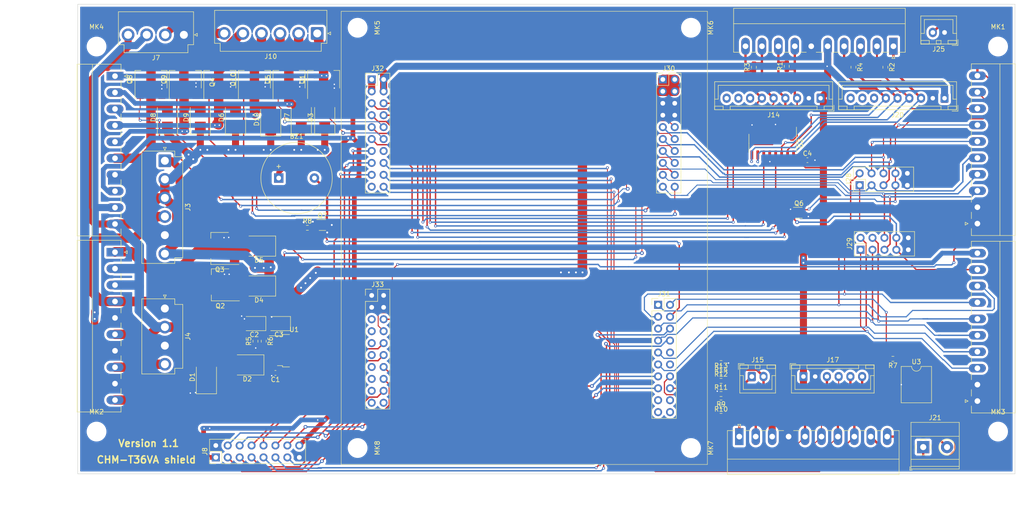
<source format=kicad_pcb>
(kicad_pcb (version 20211014) (generator pcbnew)
  (layers (0 "F.Cu" signal "Górna sygnałowa") (31 "B.Cu" signal "Dolna sygnałowa") (34 "B.Paste" user "Dolna pasty") (35 "F.Paste" user "Górna pasty") (36 "B.SilkS" user "Dolna opisowa") (37 "F.SilkS" user "Górna opisowa") (38 "B.Mask" user "Dolna sodermaski") (39 "F.Mask" user "Górna soldermaski") (44 "Edge.Cuts" user "Krawędziowa"))
  (net 0 "")
  (net 1 "/controller/PUMP_PRESS")
  (net 2 "+24V")
  (net 3 "/controller/PUMP_VACUUM")
  (net 4 "GND")
  (net 5 "+5V")
  (net 6 "/controller/ENC_Y_A+")
  (net 7 "/controller/ENC_Y_A-")
  (net 8 "/controller/ENC_Y_B+")
  (net 9 "/controller/ENC_Y_B-")
  (net 10 "+7V")
  (net 11 "/controller/OUT_LZ")
  (net 12 "/controller/OUT_UNUSED")
  (net 13 "/controller/OUT_N2_VALVE")
  (net 14 "/controller/OUT_N1_VALVE")
  (net 15 "/controller/OUT_LED_DN")
  (net 16 "/controller/OUT_LED_UP")
  (net 17 "/controller/DIR_A")
  (net 18 "/controller/IN1_ANA")
  (net 19 "/controller/IN2_ANA")
  (net 20 "/controller/IN_Z_LIM")
  (net 21 "/controller/IN_Y_LIM")
  (net 22 "/controller/IN_X_LIM")
  (net 23 "/controller/IN_LZ_LIM")
  (net 24 "/controller/ENC_X_A+")
  (net 25 "/controller/ENC_X_A-")
  (net 26 "/controller/ENC_X_B+")
  (net 27 "/controller/ENC_X_B-")
  (net 28 "/controller/CAM+")
  (net 29 "/controller/CAM-")
  (net 30 "/controller/ESTOP")
  (net 31 "/controller/DIR_X")
  (net 32 "/controller/STEP_Z")
  (net 33 "/controller/DIR_Y")
  (net 34 "/controller/STEP_Y")
  (net 35 "/controller/DIR_Z")
  (net 36 "/controller/STEP_X")
  (net 37 "/controller/ENA_XYZ")
  (net 38 "/controller/DIR_B")
  (net 39 "/controller/STEP_A")
  (net 40 "/controller/DIR_C")
  (net 41 "/controller/STEP_C")
  (net 42 "/controller/ENA_ABC")
  (net 43 "/controller/STEP_B")
  (net 44 "/controller/SPARE_OUT10")
  (net 45 "+3V3")
  (net 46 "/controller/UniPrinterBase/ENC1.CH1")
  (net 47 "/controller/UniPrinterBase/ENC2.CH1")
  (net 48 "/controller/UniPrinterBase/ENC1.CH2")
  (net 49 "/controller/UniPrinterBase/ENC2.CH2")
  (net 50 "/controller/UniPrinterBase/IO_CPU1")
  (net 51 "/controller/UniPrinterBase/ENC3_CH1.OUT_CPU11_PWM")
  (net 52 "/controller/UniPrinterBase/IO_CPU2")
  (net 53 "/controller/UniPrinterBase/ENC3_CH2.OUT_CPU12_PWM")
  (net 54 "/controller/SPARE_OUT11")
  (net 55 "/controller/UniPrinterBase/IO_CPU7")
  (net 56 "/controller/SPARE_STEP_D")
  (net 57 "/controller/SPARE_DIR_D")
  (net 58 "/controller/SPARE_IO3")
  (net 59 "/controller/UniPrinterBase/U1_RX")
  (net 60 "/controller/UniPrinterBase/U1_TX")
  (net 61 "/controller/UniPrinterBase/BOOT0")
  (net 62 "/controller/SPARE_IO4")
  (net 63 "/controller/SPARE_IO5")
  (net 64 "/controller/SPARE_IN6")
  (net 65 "/controller/UniPrinterBase/I2C.SDA")
  (net 66 "/controller/SPARE_IN7")
  (net 67 "/controller/UniPrinterBase/I2C.SCL")
  (net 68 "/controller/UniPrinterBase/CAN_H")
  (net 69 "/controller/UniPrinterBase/CAN_L")
  (net 70 "/controller/UniPrinterBase/OUT_CPU1_PWM")
  (net 71 "/controller/UniPrinterBase/OUT_CPU2_PWM")
  (net 72 "/controller/UniPrinterBase/OUT_CPU3_PWM")
  (net 73 "/controller/UniPrinterBase/OUT_CPU4_PWM")
  (net 74 "/controller/UniPrinterBase/OUT_CPU5")
  (net 75 "/controller/UniPrinterBase/OUT_CPU6")
  (net 76 "/controller/UniPrinterBase/OUT_CPU7")
  (net 77 "/controller/UniPrinterBase/OUT_CPU8")
  (net 78 "/controller/SPARE_IN8")
  (net 79 "/controller/SPARE_IN9")
  (net 80 "/controller/UniPrinterBase/LED")
  (net 81 "/controller/UniPrinterBase/DAC")
  (net 82 "/controller/SPARE_IN10")
  (net 83 "/controller/UniPrinterBase/IO_CPU8")
  (net 84 "/controller/UniPrinterBase/U6_485_A")
  (net 85 "/controller/UniPrinterBase/IO_CPU9")
  (net 86 "/controller/UniPrinterBase/U6_485_B")
  (net 88 "/controller/VSUP")
  (net 89 "/controller/UniPrinterBase/ADC.CH1")
  (net 90 "/controller/UniPrinterBase/ADC.CH2")
  (net 91 "Net-(R7-Pad1)")
  (net 92 "Net-(BZ1-Pad2)")
  (net 94 "Net-(C2-Pad1)")
  (net 101 "/controller/UniPrinterBase/IO_CPU6")
  (net 105 "Net-(R10-Pad1)")
  (net 106 "Net-(R13-Pad1)")
  (footprint "Buzzer_Beeper:Buzzer_15x7.5RM7.6" (layer "F.Cu") (at 86.2 80)
    (fp_text reference "BZ1")
    (fp_text value "Buzzer")
  )
  (footprint "MountingHole:MountingHole_3.2mm_M3" (layer "F.Cu") (at 239.4 52)
    (property "Reference" "MK1")
    (property "Value" "Mounting_Hole")
    (fp_text reference "MK1")
    (fp_text value "Mounting_Hole")
  )
  (footprint "Diode_SMD:D_SMB" (layer "F.Cu") (at 82 94.5 180)
    (fp_text reference "D5")
    (fp_text value "SK56")
  )
  (footprint "Diode_SMD:D_SMB" (layer "F.Cu") (at 79.5 119.8 180)
    (fp_text reference "D2")
    (fp_text value "SK56")
  )
  (footprint "Resistor_SMD:R_0603_1608Metric" (layer "F.Cu") (at 217 118.5 180)
    (fp_text reference "R7")
    (fp_text value "220R")
  )
  (footprint "Package_TO_SOT_SMD:TO-252-2" (layer "F.Cu") (at 89.475 116.775)
    (fp_text reference "U1")
    (fp_text value "LM217_TO-252")
  )
  (footprint "Connector_PinHeader_2.54mm:PinHeader_2x05_P2.54mm_Vertical" (layer "F.Cu") (at 209.92 81.54 90)
    (fp_text reference "J28")
    (fp_text value "Conn_02x05_Odd_Even")
  )
  (footprint "Connector_PinHeader_2.54mm:PinHeader_2x05_P2.54mm_Vertical" (layer "F.Cu") (at 210.12 95.275 90)
    (fp_text reference "J29")
    (fp_text value "Conn_02x05_Odd_Even")
  )
  (footprint "Connector_JST:JST_XH_B2B-XH-A_1x02_P2.50mm_Vertical" (layer "F.Cu") (at 228 49 180)
    (fp_text reference "J25")
    (fp_text value "Conn_01x02_Male")
  )
  (footprint "Connector_JST:JST_XH_B2B-XH-A_1x02_P2.50mm_Vertical" (layer "F.Cu") (at 186.95 122.275)
    (fp_text reference "J15")
    (fp_text value "Conn_01x02_Male")
  )
  (footprint "moje:PhoenixContact_MC-G_10x3.50mm_Angled" (layer "F.Cu") (at 235 127.5 90)
    (fp_text reference "J27" hide)
    (fp_text value "Conn_01x10_Male")
  )
  (footprint "MountingHole:MountingHole_3.2mm_M3" (layer "F.Cu") (at 103 137.5 -90)
    (property "Reference" "MK6")
    (property "Value" "Mounting_Hole")
    (fp_text reference "MK8")
    (fp_text value "Mounting_Hole")
  )
  (footprint "Resistor_SMD:R_0603_1608Metric" (layer "F.Cu") (at 81.25 114.75 90)
    (fp_text reference "R5")
    (fp_text value "4k6")
  )
  (footprint "MountingHole:MountingHole_3.2mm_M3" (layer "F.Cu") (at 239.4 134)
    (property "Reference" "MK3")
    (property "Value" "Mounting_Hole")
    (fp_text reference "MK3")
    (fp_text value "Mounting_Hole")
  )
  (footprint "Capacitor_Tantalum_SMD:CP_EIA-3528-21_Kemet-B" (layer "F.Cu") (at 81 111 180)
    (fp_text reference "C2")
    (fp_text value "10uf")
  )
  (footprint "Package_TO_SOT_SMD:SOT-363_SC-70-6" (layer "F.Cu") (at 197 87.4)
    (fp_text reference "Q6")
    (fp_text value "BSS138BKS")
  )
  (footprint "Package_SO:SOIC-16_3.9x9.9mm_P1.27mm" (layer "F.Cu") (at 191.4 72.6 -90)
    (fp_text reference "U2")
    (fp_text value "AM26LS32ACD")
  )
  (footprint "Diode_SMD:D_SMB" (layer "F.Cu") (at 69.5 67.1 90)
    (fp_text reference "D9")
    (fp_text value "SK56")
  )
  (footprint "Resistor_SMD:R_0603_1608Metric" (layer "F.Cu") (at 180.4 121.4)
    (fp_text reference "R13")
    (fp_text value "2k2")
  )
  (footprint "Resistor_SMD:R_0603_1608Metric" (layer "F.Cu") (at 180.4 129.6)
    (fp_text reference "R9")
    (fp_text value "2k2")
  )
  (footprint "Connector_PinHeader_2.54mm:PinHeader_2x10_P2.54mm_Vertical" (layer "F.Cu") (at 168 59)
    (fp_text reference "J30")
    (fp_text value "Conn_02x20_Odd_Even")
  )
  (footprint "MountingHole:MountingHole_3.2mm_M3" (layer "F.Cu") (at 47.4 134)
    (property "Reference" "MK2")
    (property "Value" "Mounting_Hole")
    (fp_text reference "MK2")
    (fp_text value "Mounting_Hole")
  )
  (footprint "Connector_JST:JST_VH_B6P-VH-B_1x06_P3.96mm_Vertical" (layer "F.Cu") (at 61.95 76.3225 -90)
    (fp_text reference "J3")
    (fp_text value "Conn_01x06_Male")
  )
  (footprint "Connector_PinHeader_2.54mm:PinHeader_2x08_P2.54mm_Vertical" (layer "F.Cu") (at 72.8 139.5 90)
    (fp_text reference "J8")
    (fp_text value "Conn_02x05_Odd_Even")
  )
  (footprint "Connector_PinHeader_2.54mm:PinHeader_2x10_P2.54mm_Vertical" (layer "F.Cu") (at 106 59)
    (fp_text reference "J32")
    (fp_text value "Conn_02x10_Odd_Even")
  )
  (footprint "moje:PhoenixContact_MC-G_10x3.50mm_Angled" (layer "F.Cu") (at 184.29 135.0675)
    (fp_text reference "J12" hide)
    (fp_text value "Conn_01x10_Male")
  )
  (footprint "moje:PhoenixContact_MC-G_10x3.50mm_Angled" (layer "F.Cu") (at 217.11 51.9325 180)
    (fp_text reference "J23" hide)
    (fp_text value "Conn_01x10_Male")
  )
  (footprint "Capacitor_SMD:C_0603_1608Metric" (layer "F.Cu") (at 198.8 76.2)
    (fp_text reference "C4")
    (fp_text value "100n")
  )
  (footprint "Package_TO_SOT_SMD:SOT-223" (layer "F.Cu") (at 88.392 59 90)
    (fp_text reference "Q5")
    (fp_text value "IRLL2705PBF")
  )
  (footprint "Connector_PinHeader_2.54mm:PinHeader_2x10_P2.54mm_Vertical" (layer "F.Cu") (at 106 105)
    (fp_text reference "J33")
    (fp_text value "Conn_02x20_Odd_Even")
  )
  (footprint "Connector_JST:JST_XH_B9B-XH-A_1x09_P2.50mm_Vertical" (layer "F.Cu") (at 228 63 180)
    (fp_text reference "J20")
    (fp_text value "Conn_01x09_Male")
  )
  (footprint "Package_DIP:SMDIP-6_W9.53mm" (layer "F.Cu") (at 222 124)
    (fp_text reference "U3")
    (fp_text value "CNY17-1")
  )
  (footprint "Resistor_SMD:R_0603_1608Metric" (layer "F.Cu") (at 180.4 119.4 180)
    (fp_text reference "R14")
    (fp_text value "2k2")
  )
  (footprint "Connector_JST:JST_VH_B6P-VH-B_1x06_P3.96mm_Vertical" (layer "F.Cu") (at 94.4 49.2 180)
    (fp_text reference "J10")
    (fp_text value "Conn_01x06_Male")
  )
  (footprint "Connector_JST:JST_XH_B9B-XH-A_1x09_P2.50mm_Vertical" (layer "F.Cu") (at 201.6 63 180)
    (fp_text reference "J14")
    (fp_text value "Conn_01x09_Male")
  )
  (footprint "Package_TO_SOT_SMD:SOT-363_SC-70-6" (layer "F.Cu") (at 95.5 90)
    (fp_text reference "Q7")
    (fp_text value "BSS138BKS")
  )
  (footprint "Connector_JST:JST_XH_B6B-XH-A_1x06_P2.50mm_Vertical" (layer "F.Cu") (at 197.95 122.275)
    (fp_text reference "J17")
    (fp_text value "Conn_01x06_Male")
  )
  (footprint "Package_TO_SOT_SMD:SOT-223" (layer "F.Cu") (at 66.294 59 90)
    (fp_text reference "Q9")
    (fp_text value "IRLL2705PBF")
  )
  (footprint "Resistor_SMD:R_0603_1608Metric" (layer "F.Cu") (at 180.4 123.2)
    (fp_text reference "R12")
    (fp_text value "2k2")
  )
  (footprint "Diode_SMD:D_SMB" (layer "F.Cu") (at 62.5 67.1 90)
    (fp_text reference "D8")
    (fp_text value "SK56")
  )
  (footprint "Resistor_SMD:R_0603_1608Metric" (layer "F.Cu") (at 92.3 90.6)
    (fp_text reference "R8")
    (fp_text value "4k6")
  )
  (footprint "Package_TO_SOT_SMD:SOT-223" (layer "F.Cu") (at 81.026 59 90)
    (fp_text reference "Q10")
    (fp_text value "IRLL2705PBF")
  )
  (footprint "MountingHole:MountingHole_3.2mm_M3" (layer "F.Cu") (at 103 48 -90)
    (property "Reference" "MK1")
    (property "Value" "Mounting_Hole")
    (fp_text reference "MK5")
    (fp_text value "Mounting_Hole")
  )
  (footprint "moje:PhoenixContact_MC-G_10x3.50mm_Angled" (layer "F.Cu") (at 51.3325 58.29 -90)
    (fp_text reference "J11" hide)
    (fp_text value "Conn_01x10_Male")
  )
  (footprint "Resistor_SMD:R_0603_1608Metric" (layer "F.Cu") (at 187.4 56.4 90)
    (fp_text reference "R3")
    (fp_text value "120R")
  )
  (footprint "Package_TO_SOT_SMD:SOT-223" (layer "F.Cu") (at 59 59 90)
    (fp_text reference "Q8")
    (fp_text value "IRLL2705PBF")
  )
  (footprint "moje:PhoenixContact_MC-G_10x3.50mm_Angled" (layer "F.Cu") (at 51.3325 95.79 -90)
    (fp_text reference "J5" hide)
    (fp_text value "Conn_01x10_Male")
  )
  (footprint "MountingHole:MountingHole_3.2mm_M3" (layer "F.Cu") (at 174 137.5 -90)
    (property "Reference" "MK3")
    (property "Value" "Mounting_Hole")
    (fp_text reference "MK7")
    (fp_text value "Mounting_Hole")
  )
  (footprint "Package_TO_SOT_SMD:SOT-223" (layer "F.Cu") (at 73.75 102.75 180)
    (fp_text reference "Q2")
    (fp_text value "IRLL2705PBF")
  )
  (footprint "Diode_SMD:D_SMB" (layer "F.Cu") (at 77 67.1 90)
    (fp_text reference "D6")
    (fp_text value "SK56")
  )
  (footprint "Resistor_SMD:R_0603_1608Metric" (layer "F.Cu") (at 215.4 56.4 -90)
    (fp_text reference "R2")
    (fp_text value "120R")
  )
  (footprint "MountingHole:MountingHole_3.2mm_M3" (layer "F.Cu") (at 174 48 -90)
    (property "Reference" "MK2")
    (property "Value" "Mounting_Hole")
    (fp_text reference "MK6")
    (fp_text value "Mounting_Hole")
  )
  (footprint "Diode_SMD:D_SMB" (layer "F.Cu") (at 91 67.1 90)
    (fp_text reference "D7")
    (fp_text value "SK56")
  )
  (footprint "Diode_SMD:D_SMB" (layer "F.Cu") (at 82 103 180)
    (fp_text reference "D4")
    (fp_text value "SK56")
  )
  (footprint "Diode_SMD:D_SMB" (layer "F.Cu") (at 84.5 67.5 90)
    (fp_text reference "D10")
    (fp_text value "SK56")
  )
  (footprint "Resistor_SMD:R_0603_1608Metric" (layer "F.Cu") (at 83 114.75 -90)
    (fp_text reference "R6")
    (fp_text value "1k")
  )
  (footprint "Connector_PinHeader_2.54mm:PinHeader_2x10_P2.54mm_Vertical" (layer "F.Cu") (at 167 107)
    (fp_text reference "J31")
    (fp_text value "Conn_02x20_Odd_Even")
  )
  (footprint "Diode_SMD:D_SMB" (layer "F.Cu") (at 96 67.1 90)
    (fp_text reference "D3")
    (fp_text value "SK56")
  )
  (footprint "MountingHole:MountingHole_3.2mm_M3" (layer "F.Cu") (at 47.4 52)
    (property "Reference" "MK6")
    (property "Value" "Mounting_Hole")
    (fp_text reference "MK4")
    (fp_text value "Mounting_Hole")
  )
  (footprint "Resistor_SMD:R_0603_1608Metric" (layer "F.Cu") (at 180.4 127.8 180)
    (fp_text reference "R10")
    (fp_text value "2k2")
  )
  (footprint "TerminalBlock_Phoenix:TerminalBlock_Phoenix_MKDS-1,5-2-5.08_1x02_P5.08mm_Horizontal" (layer "F.Cu") (at 223.455 137.305)
    (fp_text reference "J21")
    (fp_text value "Conn_01x02_Male")
  )
  (footprint "Package_TO_SOT_SMD:SOT-223" (layer "F.Cu") (at 95.758 59 90)
    (fp_text reference "Q1")
    (fp_text value "IRLL2705PBF")
  )
  (footprint "Diode_SMD:D_SMB" (layer "F.Cu") (at 70.8 122.4 90)
    (fp_text reference "D1")
    (fp_text value "SMCJ24CA")
  )
  (footprint "Resistor_SMD:R_0603_1608Metric" (layer "F.Cu") (at 180.4 126)
    (fp_text reference "R11")
    (fp_text value "2k2")
  )
  (footprint "Package_TO_SOT_SMD:SOT-223" (layer "F.Cu") (at 73.65 95 180)
    (fp_text reference "Q3")
    (fp_text value "IRLL2705PBF")
  )
  (footprint "Capacitor_SMD:C_0603_1608Metric" (layer "F.Cu") (at 85.5 121.5 180)
    (fp_text reference "C1")
    (fp_text value "100n")
  )
  (footprint "Capacitor_Tantalum_SMD:CP_EIA-3528-21_Kemet-B" (layer "F.Cu") (at 86.25 111 180)
    (fp_text reference "C3")
    (fp_text value "1uf")
  )
  (footprint "moje:PhoenixContact_MC-G_10x3.50mm_Angled" (layer "F.Cu") (at 235 89.71 90)
    (fp_text reference "J26" hide)
    (fp_text value "Conn_01x10_Male")
  )
  (footprint "Resistor_SMD:R_0603_1608Metric" (layer "F.Cu") (at 194.4 56.2 90)
    (fp_text reference "R1")
    (fp_text value "120R")
  )
  (footprint "Package_TO_SOT_SMD:SOT-223" (layer "F.Cu") (at 73.66 59 90)
    (fp_text reference "Q4")
    (fp_text value "IRLL2705PBF")
  )
  (footprint "Resistor_SMD:R_0603_1608Metric" (layer "F.Cu") (at 208.6 56.4 -90)
    (fp_text reference "R4")
    (fp_text value "120R")
  )
  (footprint "Connector_JST:JST_VH_B4P-VH_1x04_P3.96mm_Vertical" (layer "F.Cu") (at 66 49.5 180)
    (fp_text reference "J7")
    (fp_text value "Conn_01x04_Male")
  )
  (footprint "Connector_JST:JST_VH_B4P-VH_1x04_P3.96mm_Vertical" (layer "F.Cu") (at 61.95 107.7825 -90)
    (fp_text reference "J4")
    (fp_text value "Conn_01x04_Male")
  )
  (gr_line (start 177.5 141) (end 99.5 141) (layer "F.SilkS") (width 0.1))
  (gr_line (start 99.5 44.5) (end 177.5 44.5) (layer "F.SilkS") (width 0.1))
  (gr_line (start 99.5 141) (end 99.5 44.5) (layer "F.SilkS") (width 0.1))
  (gr_line (start 177.5 44.5) (end 177.5 141) (layer "F.SilkS") (width 0.1))
  (gr_line (start 243 143) (end 243 43) (layer "Edge.Cuts") (width 0.1))
  (gr_line (start 43.4 143) (end 243 143) (layer "Edge.Cuts") (width 0.1))
  (gr_line (start 243 43) (end 43.4 43) (layer "Edge.Cuts") (width 0.1))
  (gr_line (start 43.4 43) (end 43.4 143) (layer "Edge.Cuts") (width 0.1))
  (gr_text "Version 1.1" (at 58.5 136.5) (layer "F.SilkS") (effects (font (size 1.5 1.5) (thickness 0.3))))
  (gr_text "CHM-T36VA shield" (at 58 140) (layer "F.SilkS") (effects (font (size 1.5 1.5) (thickness 0.3))))
  (segment (start 61.95 76.3225) (end 63.4225 76.3225) (width 1.5) (layer "F.Cu") (net 1))
  (segment (start 66.55 91.7) (end 69.85 95) (width 1.5) (layer "F.Cu") (net 1))
  (segment (start 51.4225 95.7) (end 51.3325 95.79) (width 2) (layer "F.Cu") (net 1))
  (segment (start 69.4 95) (end 64.9 99.5) (width 2) (layer "F.Cu") (net 1))
  (segment (start 76.8 95) (end 79.35 95) (width 2) (layer "F.Cu") (net 1))
  (segment (start 54.8 95.7) (end 51.4225 95.7) (width 2) (layer "F.Cu") (net 1))
  (segment (start 64.9 99.5) (end 58.6 99.5) (width 2) (layer "F.Cu") (net 1))
  (segment (start 70.5 95) (end 69.4 95) (width 2) (layer "F.Cu") (net 1))
  (segment (start 65 77.9) (end 65 81) (width 1.5) (layer "F.Cu") (net 1))
  (segment (start 79.35 95) (end 79.85 94.5) (width 2) (layer "F.Cu") (net 1))
  (segment (start 65 81) (end 66.55 82.55) (width 1.5) (layer "F.Cu") (net 1))
  (segment (start 70.5 95) (end 76.8 95) (width 2) (layer "F.Cu") (net 1))
  (segment (start 63.4225 76.3225) (end 65 77.9) (width 1.5) (layer "F.Cu") (net 1))
  (segment (start 58.6 99.5) (end 54.8 95.7) (width 2) (layer "F.Cu") (net 1))
  (segment (start 66.55 82.55) (end 66.55 91.7) (width 1.5) (layer "F.Cu") (net 1))
  (segment (start 69.85 95) (end 70.5 95) (width 1.5) (layer "F.Cu") (net 1))
  (segment (start 77 74) (end 75.5 74) (width 1.5) (layer "F.Cu") (net 2))
  (segment (start 62.5 69.15) (end 62.5 70.5) (width 1.5) (layer "F.Cu") (net 2))
  (segment (start 61.95 80.2825) (end 61.95 84.2425) (width 2) (layer "F.Cu") (net 2))
  (segment (start 84.15 99.15) (end 81.15 99.15) (width 2) (layer "F.Cu") (net 2))
  (segment (start 60.5575 84.2425) (end 55.01 89.79) (width 2) (layer "F.Cu") (net 2))
  (segment (start 64.5 93.5725) (end 61.95 96.1225) (width 2) (layer "F.Cu") (net 2))
  (segment (start 91 69.15) (end 91 74) (width 1.5) (layer "F.Cu") (net 2))
  (segment (start 56.2 117.6) (end 58.2625 119.6625) (width 2) (layer "F.Cu") (net 2))
  (segment (start 53.51 120.29) (end 51.3325 120.29) (width 2) (layer "F.Cu") (net 2))
  (segment (start 69.35 113.5) (end 69.35 117.55) (width 2) (layer "F.Cu") (net 2))
  (segment (start 84.5 74) (end 83 74) (width 1.5) (layer "F.Cu") (net 2))
  (segment (start 96 74) (end 94.5 74) (width 1.5) (layer "F.Cu") (net 2))
  (segment (start 61.95 84.2425) (end 60.5575 84.2425) (width 2) (layer "F.Cu") (net 2))
  (segment (start 60.4575 111.7425) (end 56.2 116) (width 2) (layer "F.Cu") (net 2))
  (segment (start 56.2 117.6) (end 53.51 120.29) (width 2) (layer "F.Cu") (net 2))
  (segment (start 47.09 89.79) (end 51.3325 89.79) (width 1.5) (layer "F.Cu") (net 2))
  (segment (start 84.15 94.5) (end 84.15 99.15) (width 2) (layer "F.Cu") (net 2))
  (segment (start 67.5925 111.7425) (end 69.35 113.5) (width 2) (layer "F.Cu") (net 2))
  (segment (start 58.2625 119.6625) (end 61.95 119.6625) (width 2) (layer "F.Cu") (net 2))
  (segment (start 61.95 111.7425) (end 64.5425 111.7425) (width 2) (layer "F.Cu") (net 2))
  (segment (start 56.2 115.7) (end 53.79 113.29) (width 2) (layer "F.Cu") (net 2))
  (segment (start 54.12 49.5) (end 54.12 52.08) (width 1.5) (layer "F.Cu") (net 2))
  (segment (start 69.5 74) (end 71 74) (width 1.5) (layer "F.Cu") (net 2))
  (segment (start 75.25 119.8) (end 77.35 119.8) (width 2) (layer "F.Cu") (net 2))
  (segment (start 48.95 56.4) (end 46.35 59) (width 1.5) (layer "F.Cu") (net 2))
  (segment (start 46.35 89.05) (end 47.09 89.79) (width 1.5) (layer "F.Cu") (net 2))
  (segment (start 96 69.15) (end 96 74) (width 1.5) (layer "F.Cu") (net 2))
  (segment (start 77 69.15) (end 77 74) (width 1.5) (layer "F.Cu") (net 2))
  (segment (start 69.5 69.15) (end 69.5 74) (width 1.5) (layer "F.Cu") (net 2))
  (segment (start 56.2 125.2) (end 54.11 127.29) (width 2) (layer "F.Cu") (net 2))
  (segment (start 91 74) (end 89.5 74) (width 1.5) (layer "F.Cu") (net 2))
  (segment (start 64.5425 111.7425) (end 67.5925 111.7425) (width 2) (layer "F.Cu") (net 2))
  (segment (start 46.35 59) (end 46.35 89.05) (width 1.5) (layer "F.Cu") (net 2))
  (segment (start 74 119) (end 75.25 120.25) (width 2) (layer "F.Cu") (net 2))
  (segment (start 81 99) (end 81.15 99.15) (width 2) (layer "F.Cu") (net 2))
  (segment (start 54.11 127.29) (end 51.3325 127.29) (width 2) (layer "F.Cu") (net 2))
  (segment (start 62.5 70.5) (end 68 76) (width 1.5) (layer "F.Cu") (net 2))
  (segment (start 56.2 116) (end 56.2 117.6) (width 2) (layer "F.Cu") (net 2))
  (segment (start 61.95 84.2425) (end 64.5 86.7925) (width 2) (layer "F.Cu") (net 2))
  (segment (start 56.2 117.6) (end 56.2 125.2) (width 2) (layer "F.Cu") (net 2))
  (segment (start 63.7 69.8) (end 63.625 69.875) (width 0.2) (layer "F.Cu") (net 2))
  (segment (start 64.5425 111.7425) (end 60.4575 111.7425) (width 2) (layer "F.Cu") (net 2))
  (segment (start 55.01 89.79) (end 51.3325 89.79) (width 2) (layer "F.Cu") (net 2))
  (segment (start 84.15 99.15) (end 84.15 103) (width 2) (layer "F.Cu") (net 2))
  (segment (start 84.5 69.65) (end 84.5 74) (width 1.5) (layer "F.Cu") (net 2))
  (segment (start 49.719 56.4) (end 48.95 56.4) (width 1.5) (layer "F.Cu") (net 2))
  (segment (start 69.35 117.55) (end 70.8 119) (width 2) (layer "F.Cu") (net 2))
  (segment (start 56.2 116) (end 56.2 115.7) (width 2) (layer "F.Cu") (net 2))
  (segment (start 53.79 113.29) (end 51.3325 113.29) (width 2) (layer "F.Cu") (net 2))
  (segment (start 64.5 86.7925) (end 64.5 93.5725) (width 2) (layer "F.Cu") (net 2))
  (segment (start 49.7595 56.4405) (end 49.719 56.4) (width 1.5) (layer "F.Cu") (net 2))
  (segment (start 54.12 52.08) (end 49.7595 56.4405) (width 1.5) (layer "F.Cu") (net 2))
  (segment (start 70.8 119) (end 74 119) (width 2) (layer "F.Cu") (net 2))
  (via (at 84.5 74) (size 0.8) (drill 0.4) (layers "F.Cu" "B.Cu") (net 2))
  (via (at 71 74) (size 0.8) (drill 0.4) (layers "F.Cu" "B.Cu") (net 2))
  (via (at 67 75) (size 0.8) (drill 0.4) (layers "F.Cu" "B.Cu") (net 2))
  (via (at 91 74) (size 0.8) (drill 0.4) (layers "F.Cu" "B.Cu") (net 2))
  (via (at 89.5 74) (size 0.8) (drill 0.4) (layers "F.Cu" "B.Cu") (net 2))
  (via (at 83 99.15) (size 0.8) (drill 0.4) (layers "F.Cu" "B.Cu") (net 2))
  (via (at 68 76) (size 0.8) (drill 0.4) (layers "F.Cu" "B.Cu") (net 2))
  (via (at 84.5 99) (size 0.8) (drill 0.4) (layers "F.Cu" "B.Cu") (net 2))
  (via (at 94.5 74) (size 0.8) (drill 0.4) (layers "F.Cu" "B.Cu") (net 2))
  (via (at 81.15 99.15) (size 0.8) (drill 0.4) (layers "F.Cu" "B.Cu") (net 2))
  (via (at 69.5 74) (size 0.8) (drill 0.4) (layers "F.Cu" "B.Cu") (net 2))
  (via (at 96 74) (size 0.8) (drill 0.4) (layers "F.Cu" "B.Cu") (net 2))
  (via (at 77 74) (size 0.8) (drill 0.4) (layers "F.Cu" "B.Cu") (net 2))
  (via (at 83 74) (size 0.8) (drill 0.4) (layers "F.Cu" "B.Cu") (net 2))
  (via (at 75.5 74) (size 0.8) (drill 0.4) (layers "F.Cu" "B.Cu") (net 2))
  (segment (start 63.2175 80.2825) (end 61.95 80.2825) (width 2) (layer "B.Cu") (net 2))
  (segment (start 56.5 99.29) (end 51.3325 99.29) (width 2) (layer "B.Cu") (net 2))
  (segment (start 56.5 103.1) (end 56.5 108.201688) (width 2) (layer "B.Cu") (net 2))
  (segment (start 77 74) (end 84.5 74) (width 2) (layer "B.Cu") (net 2))
  (segment (start 51.3325 102.79) (end 56.19 102.79) (width 2) (layer "B.Cu") (net 2))
  (segment (start 60.040812 111.7425) (end 61.95 111.7425) (width 2) (layer "B.Cu") (net 2))
  (segment (start 56.5 99.1) (end 56.5 99.29) (width 2) (layer "B.Cu") (net 2))
  (segment (start 51.79 89.79) (end 51.3325 89.79) (width 2) (layer "B.Cu") (net 2))
  (segment (start 79.1 96.5) (end 81.15 98.55) (width 2) (layer "B.Cu") (net 2))
  (segment (start 56.5 94.5) (end 56.5 103.1) (width 2) (layer "B.Cu") (net 2))
  (segment (start 61.95 96.1225) (end 79.1 96.5) (width 2) (layer "B.Cu") (net 2))
  (segment (start 56.4 96.4) (end 56.6 99.2) (width 2) (layer "B.Cu") (net 2))
  (segment (start 56.5 94.5) (end 51.79 89.79) (width 2) (layer "B.Cu") (net 2))
  (segment (start 91 74) (end 96 74) (width 2) (layer "B.Cu") (net 2))
  (segment (start 81.6 99) (end 84.5 99) (width 2) (layer "B.Cu") (net 2))
  (segment (start 56.5 108.201688) (end 60.040812 111.7425) (width 2) (layer "B.Cu") (net 2))
  (segment (start 81.15 98.55) (end 81.15 99.15) (width 2) (layer "B.Cu") (net 2))
  (segment (start 56.6 99.2) (end 56.5 99.1) (width 2) (layer "B.Cu") (net 2))
  (segment (start 56.19 102.79) (end 56.5 103.1) (width 2) (layer "B.Cu") (net 2))
  (segment (start 69.5 74) (end 63.2175 80.2825) (width 2) (layer "B.Cu") (net 2))
  (segment (start 84.5 74) (end 91 74) (width 2) (layer "B.Cu") (net 2))
  (segment (start 69.5 74) (end 77 74) (width 2) (layer "B.Cu") (net 2))
  (segment (start 81.15 98.55) (end 81.6 99) (width 2) (layer "B.Cu") (net 2))
  (segment (start 68 76) (end 67 75) (width 2) (layer "B.Cu") (net 2))
  (segment (start 70.6 102.75) (end 62.731891 102.75) (width 2) (layer "F.Cu") (net 3))
  (segment (start 55.71 106.29) (end 51.3325 106.29) (width 2) (layer "F.Cu") (net 3))
  (segment (start 46.4 104.2) (end 46.4 93.8) (width 2) (layer "F.Cu") (net 3))
  (segment (start 79.6 102.75) (end 79.85 103) (width 1.5) (layer "F.Cu") (net 3))
  (segment (start 47.4 92.8) (end 55.6 92.8) (width 2) (layer "F.Cu") (net 3))
  (segment (start 46.4 93.8) (end 47.4 92.8) (width 2) (layer "F.Cu") (net 3))
  (segment (start 60.2 88.2) (end 61.9475 88.2) (width 2) (layer "F.Cu") (net 3))
  (segment (start 55.71 106.29) (end 48.49 106.29) (width 2) (layer "F.Cu") (net 3))
  (segment (start 55.6 92.8) (end 60.2 88.2) (width 2) (layer "F.Cu") (net 3))
  (segment (start 76.9 102.75) (end 70.6 102.75) (width 1.5) (layer "F.Cu") (net 3))
  (segment (start 59.191891 106.29) (end 55.71 106.29) (width 2) (layer "F.Cu") (net 3))
  (segment (start 48.49 106.29) (end 46.4 104.2) (width 2) (layer "F.Cu") (net 3))
  (segment (start 61.9475 88.2) (end 61.95 88.2025) (width 2) (layer "F.Cu") (net 3))
  (segment (start 62.731891 102.75) (end 59.191891 106.29) (width 2) (layer "F.Cu") (net 3))
  (segment (start 76.9 102.75) (end 79.6 102.75) (width 1.5) (layer "F.Cu") (net 3))
  (segment (start 198.85 88.05) (end 199 88.2) (width 0.3) (layer "F.Cu") (net 4))
  (segment (start 98.044 60.05) (end 98.044 62) (width 1) (layer "F.Cu") (net 4))
  (segment (start 75.946 59.772) (end 75.946 61.722) (width 1) (layer "F.Cu") (net 4))
  (segment (start 79.4625 110.6625) (end 79.4625 111) (width 1) (layer "F.Cu") (net 4))
  (segment (start 84.7125 109.6125) (end 84.7 109.6) (width 1) (layer "F.Cu") (net 4))
  (segment (start 74.6995 100.45) (end 74.65 100.4995) (width 1.5) (layer "F.Cu") (net 4))
  (segment (start 67.375 125.8) (end 69.825 125.8) (width 1.5) (layer "F.Cu") (net 4))
  (segment (start 91.475 89.425) (end 91.5 89.4) (width 0.3) (layer "F.Cu") (net 4))
  (segment (start 181.225 119.4) (end 182 119.4) (width 0.25) (layer "F.Cu") (net 4))
  (segment (start 61.3 60.2) (end 61.3 62.15) (width 1) (layer "F.Cu") (net 4))
  (segment (start 96.45 91.5255) (end 96.5245 91.6) (width 0.3) (layer "F.Cu") (net 4))
  (segment (start 196.05 86.75) (end 195.3005 86.75) (width 0.3) (layer "F.Cu") (net 4))
  (segment (start 93.513612 89.35) (end 93.461833 89.298221) (width 0.3) (layer "F.Cu") (net 4))
  (segment (start 81.25 115.575) (end 81.25 116.15) (width 0.5) (layer "F.Cu") (net 4))
  (segment (start 76.9 100.45) (end 74.6995 100.45) (width 1.5) (layer "F.Cu") (net 4))
  (segment (start 83.312 59.772) (end 83.312 61.722) (width 1) (layer "F.Cu") (net 4))
  (segment (start 197.95 88.05) (end 198.85 88.05) (width 0.3) (layer "F.Cu") (net 4))
  (segment (start 84.7125 111) (end 84.7125 109.6125) (width 1) (layer "F.Cu") (net 4))
  (segment (start 68.58 59.772) (end 68.58 61.722) (width 1) (layer "F.Cu") (net 4))
  (segment (start 84.7 122.1) (end 84.725 121.5) (width 0.5) (layer "F.Cu") (net 4))
  (segment (start 192.035 70.125) (end 192.035 69.05) (width 0.3) (layer "F.Cu") (net 4))
  (segment (start 190.765 76.15) (end 190.765 74.835) (width 0.3) (layer "F.Cu") (net 4))
  (segment (start 90.678 59.772) (end 90.678 61.722) (width 1) (layer "F.Cu") (net 4))
  (segment (start 96.45 90) (end 97.5 90) (width 0.3) (layer "F.Cu") (net 4))
  (segment (start 190.765 74.835) (end 190.8 74.8) (width 0.3) (layer "F.Cu") (net 4))
  (segment (start 200.375 76.175) (end 200.4 76.2) (width 0.3) (layer "F.Cu") (net 4))
  (segment (start 78.3 109.4) (end 79.4625 110.6625) (width 1) (layer "F.Cu") (net 4))
  (segment (start 96.45 90.65) (end 96.45 91.5255) (width 0.3) (layer "F.Cu") (net 4))
  (segment (start 187 68.7) (end 186.955 69.05) (width 0.3) (layer "F.Cu") (net 4))
  (segment (start 192 68.6) (end 192.035 70.125) (width 0.3) (layer "F.Cu") (net 4))
  (segment (start 217.235 124) (end 218.8 124) (width 1) (layer "F.Cu") (net 4))
  (segment (start 199.6 76.175) (end 200.375 76.175) (width 0.3) (layer "F.Cu") (net 4))
  (segment (start 94.55 89.35) (end 93.513612 89.35) (width 0.3) (layer "F.Cu") (net 4))
  (segment (start 190.8 76.5) (end 190.765 76.735) (width 0.3) (layer "F.Cu") (net 4))
  (segment (start 81.25 116.15) (end 81.3 116.2) (width 0.5) (layer "F.Cu") (net 4))
  (segment (start 91.475 90.6) (end 91.475 89.425) (width 0.3) (layer "F.Cu") (net 4))
  (segment (start 190.765 76.735) (end 190.765 75.075) (width 0.3) (layer "F.Cu") (net 4))
  (segment (start 76.8 92.7) (end 74.55 92.7) (width 1.5) (layer "F.Cu") (net 4))
  (segment (start 195.3005 86.75) (end 195.2 86.6495) (width 0.3) (layer "F.Cu") (net 4))
  (segment (start 179.6 125.4) (end 179.575 126) (width 0.25) (layer "F.Cu") (net 4))
  (via (at 68.475 125.7) (size 0.6) (drill 0.3) (layers "F.Cu" "B.Cu") (net 4))
  (via (at 98.044 60.05) (size 0.6) (drill 0.3) (layers "F.Cu" "B.Cu") (net 4))
  (via (at 75.946 60.572) (size 0.6) (drill 0.3) (layers "F.Cu" "B.Cu") (net 4))
  (via (at 190.8 76.5) (size 0.6) (drill 0.3) (layers "F.Cu" "B.Cu") (net 4))
  (via (at 195.2 86.6495) (size 0.6) (drill 0.3) (layers "F.Cu" "B.Cu") (net 4))
  (via (at 75.55 92.65) (size 0.6) (drill 0.3) (layers "F.Cu" "B.Cu") (net 4))
  (via (at 61.3 61) (size 0.6) (drill 0.3) (layers "F.Cu" "B.Cu") (net 4))
  (via (at 187 68.7) (size 0.6) (drill 0.3) (layers "F.Cu" "B.Cu") (net 4))
  (via (at 68.58 59.772) (size 0.6) (drill 0.3) (layers "F.Cu" "B.Cu") (net 4))
  (via (at 182 119.4) (size 0.6) (drill 0.3) (layers "F.Cu" "B.Cu") (net 4))
  (via (at 83.312 59.772) (size 0.6) (drill 0.3) (layers "F.Cu" "B.Cu") (net 4))
  (via (at 75.946 59.772) (size 0.6) (drill 0.3) (layers "F.Cu" "B.Cu") (net 4))
  (via (at 218.8 124) (size 0.6) (drill 0.3) (layers "F.Cu" "B.Cu") (net 4))
  (via (at 200.4 76.2) (size 0.6) (drill 0.3) (layers "F.Cu" "B.Cu") (net 4))
  (via (at 67.375 125.8) (size 0.6) (drill 0.3) (layers "F.Cu" "B.Cu") (net 4))
  (via (at 68.58 60.572) (size 0.6) (drill 0.3) (layers "F.Cu" "B.Cu") (net 4))
  (via (at 97.5 90) (size 0.8) (drill 0.4) (layers "F.Cu" "B.Cu") (net 4))
  (via (at 81.3 116.2) (size 0.6) (drill 0.3) (layers "F.Cu" "B.Cu") (net 4))
  (via (at 179.6 125.4) (size 0.6) (drill 0.3) (layers "F.Cu" "B.Cu") (net 4))
  (via (at 61.3 60.2) (size 0.6) (drill 0.3) (layers "F.Cu" "B.Cu") (net 4))
  (via (at 98.044 60.85) (size 0.6) (drill 0.3) (layers "F.Cu" "B.Cu") (net 4))
  (via (at 74.65 100.4995) (size 0.6) (drill 0.3) (layers "F.Cu" "B.Cu") (net 4))
  (via (at 84.7 109.6) (size 0.6) (drill 0.3) (layers "F.Cu" "B.Cu") (net 4))
  (via (at 75.65 100.4995) (size 0.6) (drill 0.3) (layers "F.Cu" "B.Cu") (net 4))
  (via (at 84.7 122.1) (size 0.6) (drill 0.3) (layers "F.Cu" "B.Cu") (net 4))
  (via (at 90.678 59.772) (size 0.6) (drill 0.3) (layers "F.Cu" "B.Cu") (net 4))
  (via (at 96.5245 91.6) (size 0.8) (drill 0.4) (layers "F.Cu" "B.Cu") (net 4))
  (via (at 93.461833 89.298221) (size 0.8) (drill 0.4) (layers "F.Cu" "B.Cu") (net 4))
  (via (at 192 68.6) (size 0.6) (drill 0.3) (layers "F.Cu" "B.Cu") (net 4))
  (via (at 74.55 92.7) (size 0.6) (drill 0.3) (layers "F.Cu" "B.Cu") (net 4))
  (via (at 83.312 60.572) (size 0.6) (drill 0.3) (layers "F.Cu" "B.Cu") (net 4))
  (via (at 78.3 109.4) (size 0.6) (drill 0.3) (layers "F.Cu" "B.Cu") (net 4))
  (via (at 78.9 110) (size 0.6) (drill 0.3) (layers "F.Cu" "B.Cu") (net 4))
  (via (at 199 88.2) (size 0.6) (drill 0.3) (layers "F.Cu" "B.Cu") (net 4))
  (via (at 91.5 89.4) (size 0.8) (drill 0.4) (layers "F.Cu" "B.Cu") (net 4))
  (via (at 90.678 60.572) (size 0.6) (drill 0.3) (layers "F.Cu" "B.Cu") (net 4))
  (segment (start 72.8 139.5) (end 71.4 139.5) (width 1) (layer "F.Cu") (net 5))
  (segment (start 102.3 104.1) (end 102.3 80.8) (width 1) (layer "F.Cu") (net 5))
  (segment (start 103 61) (end 103 60) (width 1) (layer "F.Cu") (net 5))
  (segment (start 70.2 133.3) (end 71.6 133.3) (width 1) (layer "F.Cu") (net 5))
  (segment (start 98.8 51.8) (end 98.8 48.254) (width 1.5) (layer "F.Cu") (net 5))
  (segment (start 195.845 75.075) (end 196.9 75.075) (width 0.3) (layer "F.Cu") (net 5))
  (segment (start 96.02 131.52) (end 94.5 131.52) (width 1) (layer "F.Cu") (net 5))
  (segment (start 102 71.5) (end 101 71.5) (width 1) (layer "F.Cu") (net 5))
  (segment (start 202.2 77.8) (end 202.2 63.6) (width 1.5) (layer "F.Cu") (net 5))
  (segment (start 103 62.9) (end 102 63.9) (width 1) (layer "F.Cu") (net 5))
  (segment (start 198.025 76.2) (end 198.025 77.425) (width 0.3) (layer "F.Cu") (net 5))
  (segment (start 101 71.5) (end 95.4 77.1) (width 1) (layer "F.Cu") (net 5))
  (segment (start 106.1 55) (end 107.6 56.5) (width 1.5) (layer "F.Cu") (net 5))
  (segment (start 103.3 72.8) (end 102 71.5) (width 1) (layer "F.Cu") (net 5))
  (segment (start 65.54 46) (end 62.04 49.5) (width 1.5) (layer "F.Cu") (net 5))
  (segment (start 108.54 57.44) (end 108.54 59) (width 1.5) (layer "F.Cu") (net 5))
  (segment (start 198.4 77.8) (end 202.2 77.8) (width 0.3) (layer "F.Cu") (net 5))
  (segment (start 102.1 125.44) (end 102.1 104.3) (width 1) (layer "F.Cu") (net 5))
  (segment (start 90.58 136.96) (end 96.97 130.57) (width 1) (layer "F.Cu") (net 5))
  (segment (start 103 55) (end 106.1 55) (width 1.5) (layer "F.Cu") (net 5))
  (segment (start 103.3 79.8) (end 103.3 72.8) (width 1) (layer "F.Cu") (net 5))
  (segment (start 102 63.9) (end 102 71.5) (width 1) (layer "F.Cu") (net 5))
  (segment (start 203.11 51.9325) (end 203.11 54.7) (width 1.5) (layer "F.Cu") (net 5))
  (segment (start 107.6 56.5) (end 108.54 57.44) (width 1.5) (layer "F.Cu") (net 5))
  (segment (start 86.2 78.8) (end 86.2 80) (width 1) (layer "F.Cu") (net 5))
  (segment (start 197.95 124.05) (end 197.95 122.275) (width 1.5) (layer "F.Cu") (net 5))
  (segment (start 96.546 46) (end 65.54 46) (width 1.5) (layer "F.Cu") (net 5))
  (segment (start 96.97 130.57) (end 96.02 131.52) (width 1) (layer "F.Cu") (net 5))
  (segment (start 96.546 46) (end 98.8 48.254) (width 1.5) (layer "F.Cu") (net 5))
  (segment (start 203.11 61.49) (end 201.6 63) (width 1.5) (layer "F.Cu") (net 5))
  (segment (start 95.4 77.1) (end 87.9 77.1) (width 1) (layer "F.Cu") (net 5))
  (segment (start 202.2 91.8) (end 202.2 77.8) (width 1.5) (layer "F.Cu") (net 5))
  (segment (start 102 55) (end 103 55) (width 1.5) (layer "F.Cu") (net 5))
  (segment (start 197.95 96.05) (end 202.2 91.8) (width 1.5) (layer "F.Cu") (net 5))
  (segment (start 98.8 51.8) (end 102 55) (width 1.5) (layer "F.Cu") (net 5))
  (segment (start 198.025 77.425) (end 198.4 77.8) (width 0.3) (layer "F.Cu") (net 5))
  (segment (start 191.29 135.0675) (end 191.29 130.71) (width 1.5) (layer "F.Cu") (net 5))
  (segment (start 203.11 56.09) (end 203.11 61.49) (width 1.5) (layer "F.Cu") (net 5))
  (segment (start 96.97 130.57) (end 102.1 125.44) (width 1) (layer "F.Cu") (net 5))
  (segment (start 202.2 63.6) (end 201.6 63) (width 1.5) (layer "F.Cu") (net 5))
  (segment (start 71.4 139.5) (end 70.2 138.3) (width 1) (layer "F.Cu") (net 5))
  (segment (start 87.9 77.1) (end 86.2 78.8) (width 1) (layer "F.Cu") (net 5))
  (segment (start 108.54 57.44) (end 108.54 61.54) (width 1.5) (layer "F.Cu") (net 5))
  (segment (start 103 60) (end 103 55) (width 1) (layer "F.Cu") (net 5))
  (segment (start 103 60) (end 103 62.9) (width 1) (layer "F.Cu") (net 5))
  (segment (start 203.11 54.7) (end 203.11 56.09) (width 1.5) (layer "F.Cu") (net 5))
  (segment (start 196.9 75.075) (end 198.025 76.2) (width 0.3) (layer "F.Cu") (net 5))
  (segment (start 197.95 122.275) (end 197.95 96.05) (width 1.5) (layer "F.Cu") (net 5))
  (segment (start 191.29 130.71) (end 197.8 124.2) (width 1.5) (layer "F.Cu") (net 5))
  (segment (start 70.2 138.3) (end 70.2 133.3) (width 1) (layer "F.Cu") (net 5))
  (segment (start 197.95 124.05) (end 197.8 124.2) (width 0.5) (layer "F.Cu") (net 5))
  (segment (start 102.1 104.3) (end 102.3 104.1) (width 1) (layer "F.Cu") (net 5))
  (segment (start 102.3 80.8) (end 103.3 79.8) (width 1) (layer "F.Cu") (net 5))
  (via (at 94.5 131.52) (size 0.6) (drill 0.3) (layers "F.Cu" "B.Cu") (net 5))
  (via (at 71.5 133.3) (size 0.6) (drill 0.3) (layers "F.Cu" "B.Cu") (net 5))
  (via (at 197.95 97) (size 0.8) (drill 0.4) (layers "F.Cu" "B.Cu") (net 5))
  (via (at 96.02 131.52) (size 0.6) (drill 0.3) (layers "F.Cu" "B.Cu") (net 5))
  (via (at 203 56.2) (size 0.6) (drill 0.3) (layers "F.Cu" "B.Cu") (net 5))
  (via (at 101 71.5) (size 0.8) (drill 0.4) (layers "F.Cu" "B.Cu") (net 5))
  (via (at 70.3 133.3) (size 0.6) (drill 0.3) (layers "F.Cu" "B.Cu") (net 5))
  (via (at 102 71.5) (size 0.8) (drill 0.4) (layers "F.Cu" "B.Cu") (net 5))
  (via (at 197.95 98.05) (size 0.8) (drill 0.4) (layers "F.Cu" "B.Cu") (net 5))
  (segment (start 228 60.6) (end 228 63) (width 1.5) (layer "B.Cu") (net 5))
  (segment (start 48.8325 78.1675) (end 49.5 77.5) (width 1) (layer "B.Cu") (net 5))
  (segment (start 58.9 71.5) (end 102 71.5) (width 1) (layer "B.Cu") (net 5))
  (segment (start 48.8325 81.8325) (end 48.8325 78.1675) (width 1) (layer "B.Cu") (net 5))
  (segment (start 235 96) (end 227.5 96) (width 1) (layer "B.Cu") (net 5))
  (segment (start 73.4 133.3) (end 70 133.3) (width 1) (layer "B.Cu") (net 5))
  (segment (start 52.9 77.5) (end 58.9 71.5) (width 1) (layer "B.Cu") (net 5))
  (segment (start 203 56.2) (end 111.34 56.2) (width 1.5) (layer "B.Cu") (net 5))
  (segment (start 227.5 96) (end 225.45 98.05) (width 1) (layer "B.Cu") (net 5))
  (segment (start 203 56.2) (end 206.8 60) (width 1.5) (layer "B.Cu") (net 5))
  (segment (start 51.3325 82.79) (end 49.79 82.79) (width 1) (layer "B.Cu") (net 5))
  (segment (start 225.45 98.05) (end 197.95 98.05) (width 1) (layer "B.Cu") (net 5))
  (segment (start 197.95 97) (end 197.95 98.05) (width 1) (layer "B.Cu") (net 5))
  (segment (start 89.2 133.3) (end 73.4 133.3) (width 1) (layer "B.Cu") (net 5))
  (segment (start 227.4 60) (end 228 60.6) (width 1.5) (layer "B.Cu") (net 5))
  (segment (start 111.34 56.2) (end 108.54 59) (width 1.5) (layer "B.Cu") (net 5))
  (segment (start 108.54 59) (end 108.54 61.54) (width 1) (layer "B.Cu") (net 5))
  (segment (start 203.11 51.9325) (end 203.11 56.09) (width 1.5) (layer "B.Cu") (net 5))
  (segment (start 49.79 82.79) (end 48.8325 81.8325) (width 1) (layer "B.Cu") (net 5))
  (segment (start 203.11 56.09) (end 203 56.2) (width 1.5) (layer "B.Cu") (net 5))
  (segment (start 96.02 131.52) (end 90.98 131.52) (width 1) (layer "B.Cu") (net 5))
  (segment (start 206.8 60) (end 227.4 60) (width 1.5) (layer "B.Cu") (net 5))
  (segment (start 49.5 77.5) (end 52.9 77.5) (width 1) (layer "B.Cu") (net 5))
  (segment (start 90.98 131.52) (end 89.2 133.3) (width 1) (layer "B.Cu") (net 5))
  (segment (start 196.11 56.91) (end 194.515 56.91) (width 0.3) (layer "F.Cu") (net 6))
  (segment (start 196.6 63) (end 196.6 71.052107) (width 0.3) (layer "F.Cu") (net 6))
  (segment (start 194.515 56.91) (end 194.4 57.025) (width 0.3) (layer "F.Cu") (net 6))
  (segment (start 196.6 71.052107) (end 195.752107 71.9) (width 0.3) (layer "F.Cu") (net 6))
  (segment (start 194.575 71.175) (end 194.575 70.125) (width 0.3) (layer "F.Cu") (net 6))
  (segment (start 196.11 56.91) (end 196.11 62.51) (width 0.5) (layer "F.Cu") (net 6))
  (segment (start 196.11 51.9325) (end 196.11 56.91) (width 0.5) (layer "F.Cu") (net 6))
  (segment (start 195.995 57.025) (end 196.11 56.91) (width 0.3) (layer "F.Cu") (net 6))
  (segment (start 195.3 71.9) (end 194.575 71.175) (width 0.3) (layer "F.Cu") (net 6))
  (segment (start 195.752107 71.9) (end 195.3 71.9) (width 0.3) (layer "F.Cu") (net 6))
  (segment (start 196.11 62.51) (end 196.6 63) (width 0.5) (layer "F.Cu") (net 6))
  (segment (start 194.385 55.39) (end 194.4 55.375) (width 0.5) (layer "F.Cu") (net 7))
  (segment (start 195.845 66.645) (end 195.845 69.05) (width 0.5) (layer "F.Cu") (net 7))
  (segment (start 194.1 63) (end 194.1 64.9) (width 0.5) (layer "F.Cu") (net 7))
  (segment (start 192.61 61.51) (end 194.1 63) (width 0.5) (layer "F.Cu") (net 7))
  (segment (start 192.61 51.9325) (end 192.61 55.39) (width 0.5) (layer "F.Cu") (net 7))
  (segment (start 194.1 64.9) (end 195.845 66.645) (width 0.5) (layer "F.Cu") (net 7))
  (segment (start 192.61 55.39) (end 192.61 61.51) (width 0.5) (layer "F.Cu") (net 7))
  (segment (start 192.61 55.39) (end 194.385 55.39) (width 0.5) (layer "F.Cu") (net 7))
  (segment (start 189.495 69.05) (end 189.495 66.305) (width 0.3) (layer "F.Cu") (net 8))
  (segment (start 189.11 55.49) (end 189.11 60.51) (width 0.5) (layer "F.Cu") (net 8))
  (segment (start 189.11 55.49) (end 187.485 55.49) (width 0.3) (layer "F.Cu") (net 8))
  (segment (start 191.6 64.2) (end 191.6 63) (width 0.3) (layer "F.Cu") (net 8))
  (segment (start 189.025 55.575) (end 189.11 55.49) (width 0.3) (layer "F.Cu") (net 8))
  (segment (start 187.485 55.49) (end 187.4 55.575) (width 0.3) (layer "F.Cu") (net 8))
  (segment (start 189.11 51.9325) (end 189.11 55.49) (width 0.5) (layer "F.Cu") (net 8))
  (segment (start 189.495 66.305) (end 191.6 64.2) (width 0.3) (layer "F.Cu") (net 8))
  (segment (start 189.11 60.51) (end 191.6 63) (width 0.5) (layer "F.Cu") (net 8))
  (segment (start 185.61 51.9325) (end 185.61 57.21) (width 0.5) (layer "F.Cu") (net 9))
  (segment (start 188.225 69.05) (end 188.225 63.875) (width 0.3) (layer "F.Cu") (net 9))
  (segment (start 185.61 57.21) (end 185.61 59.51) (width 0.5) (layer "F.Cu") (net 9))
  (segment (start 188.225 63.875) (end 189.1 63) (width 0.3) (layer "F.Cu") (net 9))
  (segment (start 185.61 59.51) (end 189.1 63) (width 0.5) (layer "F.Cu") (net 9))
  (segment (start 187.385 57.21) (end 187.4 57.225) (width 0.5) (layer "F.Cu") (net 9))
  (segment (start 185.61 57.21) (end 187.385 57.21) (width 0.5) (layer "F.Cu") (net 9))
  (segment (start 47 126.473795) (end 47.4 126.873795) (width 1.5) (layer "F.Cu") (net 10))
  (segment (start 47 111.4) (end 47 126.473795) (width 1.5) (layer "F.Cu") (net 10))
  (segment (start 47 110) (end 47 111.4) (width 1.5) (layer "F.Cu") (net 10))
  (segment (start 87.7875 112.9875) (end 91.575 116.775) (width 1.5) (layer "F.Cu") (net 10))
  (segment (start 82 130.4) (end 91.575 120.825) (width 1.5) (layer "F.Cu") (net 10))
  (segment (start 87.7875 111) (end 87.7875 112.9875) (width 1.5) (layer "F.Cu") (net 10))
  (segment (start 47 111.4) (end 47 108.4) (width 1.5) (layer "F.Cu") (net 10))
  (segment (start 83 115.575) (end 86.795 115.575) (width 0.5) (layer "F.Cu") (net 10))
  (segment (start 86.795 115.575) (end 87.995 116.775) (width 0.5) (layer "F.Cu") (net 10))
  (segment (start 50 130.4) (end 82 130.4) (width 1.5) (layer "F.Cu") (net 10))
  (segment (start 91.575 120.825) (end 91.575 116.775) (width 1.5) (layer "F.Cu") (net 10))
  (segment (start 91.575 111.275) (end 91.575 116.775) (width 1.5) (layer "F.Cu") (net 10))
  (segment (start 47.4 127.8) (end 50 130.4) (width 1.5) (layer "F.Cu") (net 10))
  (segment (start 87.995 116.775) (end 91.575 116.775) (width 0.5) (layer "F.Cu") (net 10))
  (segment (start 47.4 126.873795) (end 47.4 127.8) (width 1.5) (layer "F.Cu") (net 10))
  (via (at 47 108.6) (size 0.8) (drill 0.4) (layers "F.Cu" "B.Cu") (net 10))
  (via (at 47 110) (size 0.8) (drill 0.4) (layers "F.Cu" "B.Cu") (net 10))
  (segment (start 47 110) (end 47.14 108.86) (width 1.5) (layer "B.Cu") (net 10))
  (segment (start 47.14 86.29) (end 51.3325 86.29) (width 1.5) (layer "B.Cu") (net 10))
  (segment (start 47.05 57.95) (end 47.05 86.2) (width 1.5) (layer "B.Cu") (net 10))
  (segment (start 47.14 108.86) (end 47.14 86.29) (width 1.5) (layer "B.Cu") (net 10))
  (segment (start 58.08 49.5) (end 55.78 51.8) (width 1.5) (layer "B.Cu") (net 10))
  (segment (start 47.05 86.2) (end 47.14 86.29) (width 1.5) (layer "B.Cu") (net 10))
  (segment (start 53.2 51.8) (end 47.05 57.95) (width 1.5) (layer "B.Cu") (net 10))
  (segment (start 55.78 51.8) (end 53.2 51.8) (width 1.5) (layer "B.Cu") (net 10))
  (segment (start 96 64.85) (end 96 62.392) (width 1.5) (layer "F.Cu") (net 11))
  (segment (start 95.758 58.25) (end 95.758 55.85) (width 2) (layer "F.Cu") (net 11))
  (segment (start 96 62.392) (end 95.758 62.15) (width 1.5) (layer "F.Cu") (net 11))
  (segment (start 96.158 55.45) (end 95.758 55.85) (width 2) (layer "F.Cu") (net 11))
  (segment (start 94.4 49.2) (end 95.758 55.85) (width 2) (layer "F.Cu") (net 11))
  (segment (start 95.758 62.15) (end 95.758 58.25) (width 2) (layer "F.Cu") (net 11))
  (via (at 95.358 58.2) (size 0.6) (drill 0.3) (layers "F.Cu" "B.Cu") (net 11))
  (via (at 96.358 58.2) (size 0.6) (drill 0.3) (layers "F.Cu" "B.Cu") (net 11))
  (segment (start 96.258 58.25) (end 95.758 58.25) (width 1) (layer "B.Cu") (net 11))
  (segment (start 51.3325 58.29) (end 93.810639 58.250639) (width 1) (layer "B.Cu") (net 11))
  (segment (start 96.307361 58.250639) (end 96.358 58.2) (width 1) (layer "B.Cu") (net 11))
  (segment (start 93.810639 58.250639) (end 96.307361 58.250639) (width 1) (layer "B.Cu") (net 11))
  (segment (start 93.810639 58.250639) (end 94.5 58.25) (width 1) (layer "B.Cu") (net 11))
  (segment (start 88.392 62.15) (end 88.392 63.5) (width 1.5) (layer "F.Cu") (net 12))
  (segment (start 90.44 52.308) (end 90.44 49.2) (width 2) (layer "F.Cu") (net 12))
  (segment (start 88.392 63.5) (end 89.742 64.85) (width 1.5) (layer "F.Cu") (net 12))
  (segment (start 88.35 54.398) (end 90.44 52.308) (width 2) (layer "F.Cu") (net 12))
  (segment (start 88.35 63.912) (end 88.35 54.398) (width 2) (layer "F.Cu") (net 12))
  (segment (start 89.742 64.85) (end 91 64.85) (width 1.5) (layer "F.Cu") (net 12))
  (segment (start 88.4 63.962) (end 88.35 63.912) (width 2) (layer "F.Cu") (net 12))
  (via (at 88.9 64.262) (size 0.6) (drill 0.3) (layers "F.Cu" "B.Cu") (net 12))
  (via (at 88 64.212) (size 0.6) (drill 0.3) (layers "F.Cu" "B.Cu") (net 12))
  (segment (start 51.3325 61.79) (end 53.34 61.79) (width 1) (layer "B.Cu") (net 12))
  (segment (start 55.65 64.1) (end 88.9 64.262) (width 1) (layer "B.Cu") (net 12))
  (segment (start 53.34 61.79) (end 55.65 64.1) (width 1) (layer "B.Cu") (net 12))
  (segment (start 86.48 51.696) (end 82.326 55.85) (width 2) (layer "F.Cu") (net 13))
  (segment (start 81.017639 63.491639) (end 81.035177 64.964823) (width 2) (layer "F.Cu") (net 13))
  (segment (start 81.420354 65.35) (end 81.035177 64.964823) (width 1.5) (layer "F.Cu") (net 13))
  (segment (start 81.026 63.483278) (end 81.026 55.85) (width 2) (layer "F.Cu") (net 13))
  (segment (start 83.5 65.35) (end 81.420354 65.35) (width 1.5) (layer "F.Cu") (net 13))
  (segment (start 86.48 49.2) (end 86.48 51.696) (width 2) (layer "F.Cu") (net 13))
  (segment (start 81.017639 63.491639) (end 81.026 63.483278) (width 2) (layer "F.Cu") (net 13))
  (segment (start 81.035177 64.964823) (end 81.051 66.294) (width 2) (layer "F.Cu") (net 13))
  (segment (start 82.326 55.85) (end 81.026 55.85) (width 2) (layer "F.Cu") (net 13))
  (segment (start 81.001 62.094) (end 81.017639 63.491639) (width 2) (layer "F.Cu") (net 13))
  (via (at 80.772 66.548) (size 0.6) (drill 0.3) (layers "F.Cu" "B.Cu") (net 13))
  (via (at 81.534 66.548) (size 0.6) (drill 0.3) (layers "F.Cu" "B.Cu") (net 13))
  (segment (start 52.638124 66.595624) (end 51.3325 65.29) (width 1) (layer "B.Cu") (net 13))
  (segment (start 79.6725 66.6315) (end 79.636624 66.595624) (width 1) (layer "B.Cu") (net 13))
  (segment (start 80.5185 66.6315) (end 79.6725 66.6315) (width 1) (layer "B.Cu") (net 13))
  (segment (start 81.4505 66.6315) (end 81.534 66.548) (width 1) (layer "B.Cu") (net 13))
  (segment (start 80.55 66.6) (end 80.5185 66.6315) (width 1) (layer "B.Cu") (net 13))
  (segment (start 79.6725 66.6315) (end 81.4505 66.6315) (width 1) (layer "B.Cu") (net 13))
  (segment (start 79.636624 66.595624) (end 52.638124 66.595624) (width 1) (layer "B.Cu") (net 13))
  (segment (start 77 64.85) (end 73.662 64.85) (width 1.5) (layer "F.Cu") (net 14))
  (segment (start 77.724 52.832) (end 81.28 52.832) (width 2) (layer "F.Cu") (net 14))
  (segment (start 73.406 58.42) (end 73.406 57.15) (width 2) (layer "F.Cu") (net 14))
  (segment (start 73.406 58.42) (end 73.406 61.824) (width 2) (layer "F.Cu") (net 14))
  (segment (start 73.406 57.15) (end 77.724 52.832) (width 2) (layer "F.Cu") (net 14))
  (segment (start 73.406 62.382) (end 73.406 64.594) (width 2) (layer "F.Cu") (net 14))
  (segment (start 73 68.45) (end 73.1 68.55) (width 2) (layer "F.Cu") (net 14))
  (segment (start 81.28 52.832) (end 82.52 51.592) (width 2) (layer "F.Cu") (net 14))
  (segment (start 73.406 64.594) (end 73.406 68.682) (width 2) (layer "F.Cu") (net 14))
  (segment (start 82.52 51.592) (end 82.52 49.2) (width 2) (layer "F.Cu") (net 14))
  (segment (start 73.662 64.85) (end 73.406 64.594) (width 1.5) (layer "F.Cu") (net 14))
  (via (at 73.55 68.75) (size 0.6) (drill 0.3) (layers "F.Cu" "B.Cu") (net 14))
  (via (at 72.6 68.75) (size 0.6) (drill 0.3) (layers "F.Cu" "B.Cu") (net 14))
  (segment (start 51.0425 68.75) (end 51.092 68.7995) (width 1) (layer "B.Cu") (net 14))
  (segment (start 73.5005 68.7995) (end 73.55 68.75) (width 1) (layer "B.Cu") (net 14))
  (segment (start 51.092 68.7995) (end 73.5005 68.7995) (width 1) (layer "B.Cu") (net 14))
  (segment (start 69.5 64.85) (end 66.43 64.85) (width 1.5) (layer "F.Cu") (net 15))
  (segment (start 78.205554 49.2) (end 78.56 49.2) (width 2) (layer "F.Cu") (net 15))
  (segment (start 66.43 64.85) (end 66.04 64.46) (width 1.5) (layer "F.Cu") (net 15))
  (segment (start 78.206245 49.2) (end 74.320245 53.086) (width 2) (layer "F.Cu") (net 15))
  (segment (start 66 55.85) (end 66 62.15) (width 2) (layer "F.Cu") (net 15))
  (segment (start 72.898 53.34) (end 70.87 53.34) (width 2) (layer "F.Cu") (net 15))
  (segment (start 68.36 55.85) (end 66.294 55.85) (width 2) (layer "F.Cu") (net 15))
  (segment (start 73.152 53.086) (end 72.898 53.34) (width 2) (layer "F.Cu") (net 15))
  (segment (start 66.04 62.15) (end 66.04 64.46) (width 2) (layer "F.Cu") (net 15))
  (segment (start 78.56 49.2) (end 78.206245 49.2) (width 2) (layer "F.Cu") (net 15))
  (segment (start 66 69.75) (end 66.05 69.8) (width 2) (layer "F.Cu") (net 15))
  (segment (start 74.320245 53.086) (end 73.152 53.086) (width 2) (layer "F.Cu") (net 15))
  (segment (start 70.87 53.34) (end 68.36 55.85) (width 2) (layer "F.Cu") (net 15))
  (segment (start 66 55.85) (end 68.85 55.85) (width 2) (layer "F.Cu") (net 15))
  (segment (start 66.04 64.46) (end 66.04 69.75) (width 2) (layer "F.Cu") (net 15))
  (via (at 66.65 70.05) (size 0.6) (drill 0.3) (layers "F.Cu" "B.Cu") (net 15))
  (via (at 65.65 70.05) (size 0.6) (drill 0.3) (layers "F.Cu" "B.Cu") (net 15))
  (segment (start 52.3325 72.29) (end 54.5725 70.05) (width 1) (layer "B.Cu") (net 15))
  (segment (start 65.65 70.05) (end 66.65 70.05) (width 1) (layer "B.Cu") (net 15))
  (segment (start 54.5725 70.05) (end 65.65 70.05) (width 1) (layer "B.Cu") (net 15))
  (segment (start 51.3325 72.29) (end 52.3325 72.29) (width 1) (layer "B.Cu") (net 15))
  (segment (start 59 55.85) (end 59 62.15) (width 2) (layer "F.Cu") (net 16))
  (segment (start 62.5 64.85) (end 59.15 64.85) (width 1.5) (layer "F.Cu") (net 16))
  (segment (start 59.15 64.85) (end 59 65) (width 1.5) (layer "F.Cu") (net 16))
  (segment (start 57.21 75.79) (end 51.3325 75.79) (width 2) (layer "F.Cu") (net 16))
  (segment (start 70.54993 49.2) (end 66.74993 53) (width 2) (layer "F.Cu") (net 16))
  (segment (start 59 74) (end 57.21 75.79) (width 2) (layer "F.Cu") (net 16))
  (segment (start 61.85 53) (end 59 55.85) (width 2) (layer "F.Cu") (net 16))
  (segment (start 66.74993 53) (end 61.85 53) (width 2) (layer "F.Cu") (net 16))
  (segment (start 59 65) (end 59 74) (width 2) (layer "F.Cu") (net 16))
  (segment (start 59 62.15) (end 59 65) (width 2) (layer "F.Cu") (net 16))
  (segment (start 74.6 49.2) (end 70.54993 49.2) (width 2) (layer "F.Cu") (net 16))
  (segment (start 206.706499 92.793501) (end 206.706499 104.706499) (width 0.25) (layer "F.Cu") (net 17))
  (segment (start 209.92 81.54) (end 209.92 89.58) (width 0.25) (layer "F.Cu") (net 17))
  (segment (start 209.92 89.58) (end 206.706499 92.793501) (width 0.25) (layer "F.Cu") (net 17))
  (via (at 206.706499 104.706499) (size 0.6) (drill 0.3) (layers "F.Cu" "B.Cu") (net 17))
  (segment (start 164.787501 104.706499) (end 214.706499 104.706499) (width 0.25) (layer "B.Cu") (net 17))
  (segment (start 164.084 105.41) (end 164.787501 104.706499) (width 0.25) (layer "B.Cu") (net 17))
  (segment (start 165.54 109.54) (end 164.084 108.084) (width 0.25) (layer "B.Cu") (net 17))
  (segment (start 167 109.54) (end 165.54 109.54) (width 0.25) (layer "B.Cu") (net 17))
  (segment (start 214.706499 104.706499) (end 216.5 106.5) (width 0.25) (layer "B.Cu") (net 17))
  (segment (start 235 106.5) (end 216.5 106.5) (width 0.3) (layer "B.Cu") (net 17))
  (segment (start 164.084 108.084) (end 164.084 105.41) (width 0.25) (layer "B.Cu") (net 17))
  (segment (start 184.18 129.6) (end 184.29 129.49) (width 0.25) (layer "F.Cu") (net 18))
  (segment (start 186.95 122.275) (end 184.29 124.935) (width 0.5) (layer "F.Cu") (net 18))
  (segment (start 184.29 124.935) (end 184.29 129.49) (width 0.5) (layer "F.Cu") (net 18))
  (segment (start 184.29 129.49) (end 184.29 135.0675) (width 0.5) (layer "F.Cu") (net 18))
  (segment (start 181.225 129.6) (end 184.18 129.6) (width 0.25) (layer "F.Cu") (net 18))
  (segment (start 189.45 124.55) (end 187.79 126.21) (width 0.5) (layer "F.Cu") (net 19))
  (segment (start 189.45 122.275) (end 189.45 124.55) (width 0.5) (layer "F.Cu") (net 19))
  (segment (start 188 120.825) (end 183.6 120.825) (width 0.5) (layer "F.Cu") (net 19))
  (segment (start 189.45 122.275) (end 188 120.825) (width 0.5) (layer "F.Cu") (net 19))
  (segment (start 183.6 120.825) (end 181.225 123.2) (width 0.5) (layer "F.Cu") (net 19))
  (segment (start 187.79 126.21) (end 187.79 135.0675) (width 0.5) (layer "F.Cu") (net 19))
  (segment (start 158.548004 115.1224) (end 158.548004 125.775952) (width 0.2) (layer "F.Cu") (net 20))
  (segment (start 157.6 114.174396) (end 158.548004 115.1224) (width 0.2) (layer "F.Cu") (net 20))
  (segment (start 202.95 124.05) (end 198.29 128.71) (width 0.5) (layer "F.Cu") (net 20))
  (segment (start 157.6 83) (end 157.6 114.174396) (width 0.2) (layer "F.Cu") (net 20))
  (segment (start 198.29 128.71) (end 198.29 135.0675) (width 0.5) (layer "F.Cu") (net 20))
  (segment (start 158.548004 125.775952) (end 173.767549 140.995497) (width 0.2) (layer "F.Cu") (net 20))
  (segment (start 202.95 122.275) (end 202.95 124.05) (width 0.5) (layer "F.Cu") (net 20))
  (segment (start 192.362003 140.995497) (end 198.29 135.0675) (width 0.2) (layer "F.Cu") (net 20))
  (segment (start 173.767549 140.995497) (end 192.362003 140.995497) (width 0.2) (layer "F.Cu") (net 20))
  (via (at 157.6 83) (size 0.6) (drill 0.3) (layers "F.Cu" "B.Cu") (net 20))
  (segment (start 108.54 81.86) (end 109.74 83.06) (width 0.3) (layer "B.Cu") (net 20))
  (segment (start 110.16 83.06) (end 157.54 83.06) (width 0.3) (layer "B.Cu") (net 20))
  (segment (start 157.54 83.06) (end 157.6 83) (width 0.3) (layer "B.Cu") (net 20))
  (segment (start 109.74 83.06) (end 110.16 83.06) (width 0.3) (layer "B.Cu") (net 20))
  (segment (start 205.45 124.55) (end 201.79 128.21) (width 0.2) (layer "F.Cu") (net 21))
  (segment (start 201.79 128.21) (end 201.79 135.0675) (width 0.2) (layer "F.Cu") (net 21))
  (segment (start 158.148503 115.287879) (end 158.148503 132.654905) (width 0.2) (layer "F.Cu") (net 21))
  (segment (start 158.148503 132.654905) (end 166.988596 141.494998) (width 0.2) (layer "F.Cu") (net 21))
  (segment (start 166.988596 141.494998) (end 195.362502 141.494998) (width 0.2) (layer "F.Cu") (net 21))
  (segment (start 157 80.2) (end 157 114.139376) (width 0.2) (layer "F.Cu") (net 21))
  (segment (start 195.362502 141.494998) (end 201.79 135.0675) (width 0.2) (layer "F.Cu") (net 21))
  (segment (start 157 114.139376) (end 158.148503 115.287879) (width 0.2) (layer "F.Cu") (net 21))
  (segment (start 205.45 122.275) (end 205.45 124.55) (width 0.2) (layer "F.Cu") (net 21))
  (via (at 157 80.2) (size 0.6) (drill 0.3) (layers "F.Cu" "B.Cu") (net 21))
  (segment (start 108.54 79.32) (end 109.74 80.52) (width 0.3) (layer "B.Cu") (net 21))
  (segment (start 109.74 80.52) (end 110.62 80.52) (width 0.3) (layer "B.Cu") (net 21))
  (segment (start 110.62 80.52) (end 156.68 80.52) (width 0.3) (layer "B.Cu") (net 21))
  (segment (start 156.68 80.52) (end 157 80.2) (width 0.3) (layer "B.Cu") (net 21))
  (segment (start 156.2 113.904356) (end 157.749002 115.453358) (width 0.2) (layer "F.Cu") (net 22))
  (segment (start 166.576901 141.994499) (end 198.363001 141.994499) (width 0.2) (layer "F.Cu") (net 22))
  (segment (start 207.95 122.275) (end 207.95 125.05) (width 0.5) (layer "F.Cu") (net 22))
  (segment (start 205.29 127.71) (end 205.29 135.0675) (width 0.5) (layer "F.Cu") (net 22))
  (segment (start 157.749002 115.453358) (end 157.749002 133.1666) (width 0.2) (layer "F.Cu") (net 22))
  (segment (start 207.95 125.05) (end 205.29 127.71) (width 0.5) (layer "F.Cu") (net 22))
  (segment (start 198.363001 141.994499) (end 205.29 135.0675) (width 0.2) (layer "F.Cu") (net 22))
  (segment (start 157.749002 133.1666) (end 166.576901 141.994499) (width 0.2) (layer "F.Cu") (net 22))
  (segment (start 156.2 77.8) (end 156.2 113.904356) (width 0.2) (layer "F.Cu") (net 22))
  (via (at 156.2 77.8) (size 0.6) (drill 0.3) (layers "F.Cu" "B.Cu") (net 22))
  (segment (start 156.02 77.98) (end 156.2 77.8) (width 0.3) (layer "B.Cu") (net 22))
  (segment (start 108.54 76.78) (end 109.74 77.98) (width 0.3) (layer "B.Cu") (net 22))
  (segment (start 109.74 77.98) (end 110.42 77.98) (width 0.3) (layer "B.Cu") (net 22))
  (segment (start 110.42 77.98) (end 156.02 77.98) (width 0.3) (layer "B.Cu") (net 22))
  (segment (start 166.400402 142.494) (end 156.699501 132.793099) (width 0.3) (layer "F.Cu") (net 23))
  (segment (start 210.45 125.55) (end 208.79 127.21) (width 0.5) (layer "F.Cu") (net 23))
  (segment (start 151.839954 110.08) (end 108.54 110.08) (width 0.3) (layer "F.Cu") (net 23))
  (segment (start 208.79 127.21) (end 208.79 135.0675) (width 0.5) (layer "F.Cu") (net 23))
  (segment (start 210.45 122.275) (end 210.45 125.55) (width 0.5) (layer "F.Cu") (net 23))
  (segment (start 201.3635 142.494) (end 166.400402 142.494) (width 0.3) (layer "F.Cu") (net 23))
  (segment (start 154.8495 113.089546) (end 151.839954 110.08) (width 0.3) (layer "F.Cu") (net 23))
  (segment (start 208.79 135.0675) (end 201.3635 142.494) (width 0.3) (layer "F.Cu") (net 23))
  (segment (start 154.8495 113.189546) (end 154.8495 113.089546) (width 0.3) (layer "F.Cu") (net 23))
  (segment (start 156.699501 132.793099) (end 156.699501 115.039547) (width 0.3) (layer "F.Cu") (net 23))
  (segment (start 156.699501 115.039547) (end 154.8495 113.189546) (width 0.3) (layer "F.Cu") (net 23))
  (segment (start 217.4 57.4) (end 223 63) (width 0.5) (layer "F.Cu") (net 24))
  (segment (start 217.11 57.11) (end 217.4 57.4) (width 0.5) (layer "F.Cu") (net 24))
  (segment (start 217.225 57.225) (end 217.4 57.4) (width 0.3) (layer "F.Cu") (net 24))
  (segment (start 188.2 75.1) (end 188.225 75.075) (width 0.3) (layer "F.Cu") (net 24))
  (segment (start 217.4 57.4) (end 215.575 57.4) (width 0.3) (layer "F.Cu") (net 24))
  (segment (start 188.2 76.5) (end 188.2 75.1) (width 0.3) (layer "F.Cu") (net 24))
  (segment (start 217.11 51.9325) (end 217.11 57.11) (width 0.5) (layer "F.Cu") (net 24))
  (segment (start 215.575 57.4) (end 215.4 57.225) (width 0.3) (layer "F.Cu") (net 24))
  (via (at 188.2 76.5) (size 0.6) (drill 0.3) (layers "F.Cu" "B.Cu") (net 24))
  (segment (start 188.3 74.9) (end 188.9 74.3) (width 0.3) (layer "B.Cu") (net 24))
  (segment (start 217.901497 68.098503) (end 223 63) (width 0.3) (layer "B.Cu") (net 24))
  (segment (start 202.501497 68.098503) (end 217.901497 68.098503) (width 0.3) (layer "B.Cu") (net 24))
  (segment (start 188.2 76.5) (end 188.3 76.7) (width 0.3) (layer "B.Cu") (net 24))
  (segment (start 188.9 74.3) (end 196.3 74.3) (width 0.3) (layer "B.Cu") (net 24))
  (segment (start 196.3 74.3) (end 202.501497 68.098503) (width 0.3) (layer "B.Cu") (net 24))
  (segment (start 188.3 76.7) (end 188.3 74.9) (width 0.3) (layer "B.Cu") (net 24))
  (segment (start 214 55.575) (end 214 57.148528) (width 0.4) (layer "F.Cu") (net 25))
  (segment (start 186.9 75.13) (end 186.955 75.075) (width 0.3) (layer "F.Cu") (net 25))
  (segment (start 213.61 55.185) (end 214 55.575) (width 0.4) (layer "F.Cu") (net 25))
  (segment (start 213.61 51.9325) (end 213.61 55.185) (width 0.4) (layer "F.Cu") (net 25))
  (segment (start 214 57.148528) (end 218.476472 61.625) (width 0.4) (layer "F.Cu") (net 25))
  (segment (start 214 55.575) (end 215.4 55.575) (width 0.5) (layer "F.Cu") (net 25))
  (segment (start 186.9 76.5) (end 186.9 75.13) (width 0.3) (layer "F.Cu") (net 25))
  (segment (start 218.476472 61.625) (end 219.125 61.625) (width 0.4) (layer "F.Cu") (net 25))
  (segment (start 219.125 61.625) (end 220.5 63) (width 0.4) (layer "F.Cu") (net 25))
  (via (at 186.9 76.5) (size 0.6) (drill 0.3) (layers "F.Cu" "B.Cu") (net 25))
  (segment (start 220.375 63) (end 220.5 63) (width 0.3) (layer "B.Cu") (net 25))
  (segment (start 186.9 76.5) (end 186.9 74.3) (width 0.3) (layer "B.Cu") (net 25))
  (segment (start 186.9 74.3) (end 187.7 73.5) (width 0.3) (layer "B.Cu") (net 25))
  (segment (start 196.100998 73.5) (end 202.001997 67.599001) (width 0.3) (layer "B.Cu") (net 25))
  (segment (start 202.001997 67.599001) (end 215.775998 67.599002) (width 0.3) (layer "B.Cu") (net 25))
  (segment (start 215.775998 67.599002) (end 220.375 63) (width 0.3) (layer "B.Cu") (net 25))
  (segment (start 187.7 73.5) (end 196.100998 73.5) (width 0.3) (layer "B.Cu") (net 25))
  (segment (start 210.175 57.225) (end 210.2 57.2) (width 0.3) (layer "F.Cu") (net 26))
  (segment (start 214.4 59.4) (end 218 63) (width 0.5) (layer "F.Cu") (net 26))
  (segment (start 210.2 57.2) (end 208.625 57.2) (width 0.3) (layer "F.Cu") (net 26))
  (segment (start 210.11 55.11) (end 210.2 55.2) (width 0.5) (layer "F.Cu") (net 26))
  (segment (start 210.2 58.6) (end 211 59.4) (width 0.5) (layer "F.Cu") (net 26))
  (segment (start 193.305 73.298318) (end 193.305 75.075) (width 0.3) (layer "F.Cu") (net 26))
  (segment (start 210.2 57.2) (end 210.2 58.6) (width 0.5) (layer "F.Cu") (net 26))
  (segment (start 211 59.4) (end 214.4 59.4) (width 0.5) (layer "F.Cu") (net 26))
  (segment (start 208.625 57.2) (end 208.6 57.225) (width 0.3) (layer "F.Cu") (net 26))
  (segment (start 193.305 73.298318) (end 194.152319 72.450999) (width 0.3) (layer "F.Cu") (net 26))
  (segment (start 210.11 51.9325) (end 210.11 55.11) (width 0.5) (layer "F.Cu") (net 26))
  (segment (start 210.2 55.2) (end 210.2 57.2) (width 0.5) (layer "F.Cu") (net 26))
  (via (at 194.152319 72.450999) (size 0.6) (drill 0.3) (layers "F.Cu" "B.Cu") (net 26))
  (segment (start 218 63) (end 217.875 63) (width 0.3) (layer "B.Cu") (net 26))
  (segment (start 213.775499 67.099501) (end 201.202497 67.099501) (width 0.3) (layer "B.Cu") (net 26))
  (segment (start 201.202497 67.099501) (end 195.850999 72.450999) (width 0.3) (layer "B.Cu") (net 26))
  (segment (start 195.850999 72.450999) (end 194.152319 72.450999) (width 0.3) (layer "B.Cu") (net 26))
  (segment (start 217.875 63) (end 213.775499 67.099501) (width 0.3) (layer "B.Cu") (net 26))
  (segment (start 199.6 69) (end 194.575 74.025) (width 0.3) (layer "F.Cu") (net 27))
  (segment (start 206.61 55.61) (end 208.565 55.61) (width 0.3) (layer "F.Cu") (net 27))
  (segment (start 213.45 60.95) (end 215.5 63) (width 0.5) (layer "F.Cu") (net 27))
  (segment (start 206.61 55.61) (end 206.61 57.41) (width 0.5) (layer "F.Cu") (net 27))
  (segment (start 206.61 57.41) (end 210.15 60.95) (width 0.5) (layer "F.Cu") (net 27))
  (segment (start 206.645 55.575) (end 206.61 55.61) (width 0.3) (layer "F.Cu") (net 27))
  (segment (start 199.6 66.6) (end 199.6 69) (width 0.3) (layer "F.Cu") (net 27))
  (segment (start 208.565 55.61) (end 208.6 55.575) (width 0.3) (layer "F.Cu") (net 27))
  (segment (start 206.61 51.9325) (end 206.61 55.61) (width 0.5) (layer "F.Cu") (net 27))
  (segment (start 210.15 60.95) (end 213.45 60.95) (width 0.5) (layer "F.Cu") (net 27))
  (segment (start 194.575 74.025) (end 194.575 75.075) (width 0.3) (layer "F.Cu") (net 27))
  (via (at 199.6 66.6) (size 0.6) (drill 0.3) (layers "F.Cu" "B.Cu") (net 27))
  (segment (start 199.6 66.6) (end 211.9 66.6) (width 0.3) (layer "B.Cu") (net 27))
  (segment (start 211.9 66.6) (end 215.5 63) (width 0.3) (layer "B.Cu") (net 27))
  (segment (start 228.314183 140) (end 223 140) (width 0.5) (layer "F.Cu") (net 28))
  (segment (start 226.765 124) (end 230 127.235) (width 0.5) (layer "F.Cu") (net 28))
  (segment (start 223 140) (end 222 140) (width 0.5) (layer "F.Cu") (net 28))
  (segment (start 223.455 139.545) (end 223 140) (width 0.5) (layer "F.Cu") (net 28))
  (segment (start 230 127.235) (end 230 131) (width 0.5) (layer "F.Cu") (net 28))
  (segment (start 212.29 135.0675) (end 217.2225 140) (width 0.5) (layer "F.Cu") (net 28))
  (segment (start 230.284511 131.284511) (end 230.284511 138.029672) (width 0.5) (layer "F.Cu") (net 28))
  (segment (start 223.455 138.545) (end 223.455 137.305) (width 0.5) (layer "F.Cu") (net 28))
  (segment (start 217.2225 140) (end 222 140) (width 0.5) (layer "F.Cu") (net 28))
  (segment (start 230.284511 138.029672) (end 228.314183 140) (width 0.5) (layer "F.Cu") (net 28))
  (segment (start 223.455 137.305) (end 223.455 139.545) (width 0.5) (layer "F.Cu") (net 28))
  (segment (start 230 131) (end 230.284511 131.284511) (width 0.5) (layer "F.Cu") (net 28))
  (segment (start 226.765 135.235) (end 226.615 135.385) (width 0.5) (layer "F.Cu") (net 29))
  (segment (start 226.2975 135.0675) (end 226.615 135.385) (width 0.5) (layer "F.Cu") (net 29))
  (segment (start 226.765 126.54) (end 226.765 135.235) (width 0.5) (layer "F.Cu") (net 29))
  (segment (start 215.79 135.0675) (end 226.2975 135.0675) (width 0.5) (layer "F.Cu") (net 29))
  (segment (start 226.615 135.385) (end 228.535 137.305) (width 0.5) (layer "F.Cu") (net 29))
  (segment (start 108.54 112.62) (end 107.39 111.47) (width 0.2) (layer "F.Cu") (net 30))
  (segment (start 236.81 58.21) (end 240.6 62) (width 0.3) (layer "F.Cu") (net 30))
  (segment (start 107.696 108.712) (end 110.388 108.712) (width 0.2) (layer "F.Cu") (net 30))
  (segment (start 232.9 92.4) (end 230 95.3) (width 0.3) (layer "F.Cu") (net 30))
  (segment (start 235 53) (end 235 58.21) (width 0.5) (layer "F.Cu") (net 30))
  (segment (start 225.5 49) (end 226.94952 47.55048) (width 0.5) (layer "F.Cu") (net 30))
  (segment (start 229.55048 47.55048) (end 235 53) (width 0.5) (layer "F.Cu") (net 30))
  (segment (start 237.9 92.4) (end 232.9 92.4) (width 0.3) (layer "F.Cu") (net 30))
  (segment (start 110.388 99.512) (end 111.5 98.4) (width 0.2) (layer "F.Cu") (net 30))
  (segment (start 110.388 108.712) (end 110.388 99.512) (width 0.2) (layer "F.Cu") (net 30))
  (segment (start 230 95.3) (end 230 98) (width 0.3) (layer "F.Cu") (net 30))
  (segment (start 240.6 62) (end 240.6 89.7) (width 0.3) (layer "F.Cu") (net 30))
  (segment (start 235 58.21) (end 236.81 58.21) (width 0.3) (layer "F.Cu") (net 30))
  (segment (start 226.94952 47.55048) (end 229.55048 47.55048) (width 0.5) (layer "F.Cu") (net 30))
  (segment (start 240.6 89.7) (end 237.9 92.4) (width 0.3) (layer "F.Cu") (net 30))
  (segment (start 107.39 109.018) (end 107.696 108.712) (width 0.2) (layer "F.Cu") (net 30))
  (segment (start 107.39 111.47) (end 107.39 109.018) (width 0.2) (layer "F.Cu") (net 30))
  (via (at 230 98) (size 0.6) (drill 0.3) (layers "F.Cu" "B.Cu") (net 30))
  (via (at 111.5 98.4) (size 0.6) (drill 0.3) (layers "F.Cu" "B.Cu") (net 30))
  (segment (start 225.801875 98.899501) (end 226.201376 98.5) (width 0.3) (layer "B.Cu") (net 30))
  (segment (start 229.5 98.5) (end 230 98) (width 0.3) (layer "B.Cu") (net 30))
  (segment (start 154.699501 98.899501) (end 154.2 98.4) (width 0.3) (layer "B.Cu") (net 30))
  (segment (start 226.201376 98.5) (end 229.5 98.5) (width 0.3) (layer "B.Cu") (net 30))
  (segment (start 154.2 98.4) (end 111.5 98.4) (width 0.3) (layer "B.Cu") (net 30))
  (segment (start 160.688499 98.899501) (end 154.699501 98.899501) (width 0.3) (layer "B.Cu") (net 30))
  (segment (start 160.688499 98.899501) (end 225.801875 98.899501) (width 0.3) (layer "B.Cu") (net 30))
  (segment (start 216.5 76.5) (end 216.5 70.5) (width 0.3) (layer "F.Cu") (net 31))
  (segment (start 216.2 80.34) (end 215 81.54) (width 0.3) (layer "F.Cu") (net 31))
  (segment (start 216.5 76.5) (end 216.2 76.8) (width 0.3) (layer "F.Cu") (net 31))
  (segment (start 216.2 76.8) (end 216.2 80.34) (width 0.3) (layer "F.Cu") (net 31))
  (segment (start 216.5 70.5) (end 218.29 68.71) (width 0.3) (layer "F.Cu") (net 31))
  (via (at 216.5 76.5) (size 0.6) (drill 0.3) (layers "F.Cu" "B.Cu") (net 31))
  (via (at 218.29 68.71) (size 0.6) (drill 0.3) (layers "F.Cu" "B.Cu") (net 31))
  (segment (start 180.850499 79.049501) (end 174.700998 72.9) (width 0.3) (layer "B.Cu") (net 31))
  (segment (start 174.700998 72.9) (end 169.2 72.9) (width 0.3) (layer "B.Cu") (net 31))
  (segment (start 216.5 76.5) (end 216.385734 76.614266) (width 0.3) (layer "B.Cu") (net 31))
  (segment (start 181.303201 79.303201) (end 181 79) (width 0.3) (layer "B.Cu") (net 31))
  (segment (start 206.003201 79.303201) (end 181.303201 79.303201) (width 0.3) (layer "B.Cu") (net 31))
  (segment (start 216.385734 76.614266) (end 208.692136 76.614266) (width 0.3) (layer "B.Cu") (net 31))
  (segment (start 167.9 71.8) (end 168 71.7) (width 0.5) (layer "B.Cu") (net 31))
  (segment (start 208.692136 76.614266) (end 206.003201 79.303201) (width 0.3) (layer "B.Cu") (net 31))
  (segment (start 180.9 79) (end 180.850499 79.049501) (width 0.3) (layer "B.Cu") (net 31))
  (segment (start 235 68.71) (end 218.29 68.71) (width 0.25) (layer "B.Cu") (net 31))
  (segment (start 169.2 72.9) (end 168 71.7) (width 0.3) (layer "B.Cu") (net 31))
  (segment (start 181 79) (end 180.9 79) (width 0.3) (layer "B.Cu") (net 31))
  (segment (start 215.2 83.5895) (end 215 83.3895) (width 0.3) (layer "F.Cu") (net 32))
  (segment (start 215.2 92.735) (end 215.2 83.5895) (width 0.3) (layer "F.Cu") (net 32))
  (via (at 215 83.3895) (size 0.6) (drill 0.3) (layers "F.Cu" "B.Cu") (net 32))
  (segment (start 178.7 81) (end 205.3 81) (width 0.2) (layer "B.Cu") (net 32))
  (segment (start 230.8595 83.3505) (end 215.039 83.3505) (width 0.3) (layer "B.Cu") (net 32))
  (segment (start 178.2 80.5) (end 178.7 81) (width 0.2) (layer "B.Cu") (net 32))
  (segment (start 235 79.21) (end 230.8595 83.3505) (width 0.3) (layer "B.Cu") (net 32))
  (segment (start 168 79.32) (end 169.18 80.5) (width 0.2) (layer "B.Cu") (net 32))
  (segment (start 215.039 83.3505) (end 215 83.3895) (width 0.3) (layer "B.Cu") (net 32))
  (segment (start 169.18 80.5) (end 178.2 80.5) (width 0.2) (layer "B.Cu") (net 32))
  (segment (start 214.8105 83.2) (end 215 83.3895) (width 0.2) (layer "B.Cu") (net 32))
  (segment (start 205.3 81) (end 207.5 83.2) (width 0.2) (layer "B.Cu") (net 32))
  (segment (start 207.5 83.2) (end 214.8105 83.2) (width 0.2) (layer "B.Cu") (net 32))
  (segment (start 212.46 81.54) (end 213.66 82.74) (width 0.3) (layer "B.Cu") (net 33))
  (segment (start 207.94 82.74) (end 211.26 82.74) (width 0.3) (layer "B.Cu") (net 33))
  (segment (start 213.66 82.74) (end 229.96 82.74) (width 0.3) (layer "B.Cu") (net 33))
  (segment (start 169.32 78.1) (end 177 78.1) (width 0.2) (layer "B.Cu") (net 33))
  (segment (start 233.29 75.71) (end 235 75.71) (width 0.3) (layer "B.Cu") (net 33))
  (segment (start 168 76.78) (end 169.32 78.1) (width 0.2) (layer "B.Cu") (net 33))
  (segment (start 231.9 77.1) (end 233.29 75.71) (width 0.3) (layer "B.Cu") (net 33))
  (segment (start 177 78.1) (end 179.25 80.35) (width 0.2) (layer "B.Cu") (net 33))
  (segment (start 179.25 80.35) (end 205.55 80.35) (width 0.2) (layer "B.Cu") (net 33))
  (segment (start 229.96 82.74) (end 231.9 80.8) (width 0.3) (layer "B.Cu") (net 33))
  (segment (start 231.9 80.8) (end 231.9 77.1) (width 0.3) (layer "B.Cu") (net 33))
  (segment (start 167.93 76.85) (end 168 76.78) (width 0.5) (layer "B.Cu") (net 33))
  (segment (start 205.55 80.35) (end 207.94 82.74) (width 0.2) (layer "B.Cu") (net 33))
  (segment (start 211.26 82.74) (end 212.46 81.54) (width 0.3) (layer "B.Cu") (net 33))
  (segment (start 212.46 72.54) (end 212.6 72.4) (width 0.25) (layer "F.Cu") (net 34))
  (segment (start 212.46 79) (end 212.46 72.54) (width 0.25) (layer "F.Cu") (net 34))
  (via (at 212.6 72.4) (size 0.6) (drill 0.3) (layers "F.Cu" "B.Cu") (net 34))
  (segment (start 180.106402 79.806402) (end 175.8 75.5) (width 0.3) (layer "B.Cu") (net 34))
  (segment (start 211.06 77.6) (end 208.412804 77.6) (width 0.3) (layer "B.Cu") (net 34))
  (segment (start 212.6 72.4) (end 212.79 72.21) (width 0.25) (layer "B.Cu") (net 34))
  (segment (start 208.412804 77.6) (end 206.206402 79.806402) (width 0.3) (layer "B.Cu") (net 34))
  (segment (start 169.26 75.5) (end 168 74.24) (width 0.3) (layer "B.Cu") (net 34))
  (segment (start 175.8 75.5) (end 169.26 75.5) (width 0.3) (layer "B.Cu") (net 34))
  (segment (start 206.206402 79.806402) (end 180.106402 79.806402) (width 0.3) (layer "B.Cu") (net 34))
  (segment (start 212.79 72.21) (end 235 72.21) (width 0.25) (layer "B.Cu") (net 34))
  (segment (start 212.46 79) (end 211.06 77.6) (width 0.3) (layer "B.Cu") (net 34))
  (segment (start 216.4 94.075) (end 216.4 84.1) (width 0.3) (layer "F.Cu") (net 35))
  (segment (start 215.2 95.275) (end 216.4 94.075) (width 0.3) (layer "F.Cu") (net 35))
  (segment (start 216.4 84.1) (end 216.3 84) (width 0.3) (layer "F.Cu") (net 35))
  (via (at 216.3 84) (size 0.6) (drill 0.3) (layers "F.Cu" "B.Cu") (net 35))
  (segment (start 214.730968 84.039) (end 216.261 84.039) (width 0.3) (layer "B.Cu") (net 35))
  (segment (start 216.3 84) (end 233.71 84) (width 0.3) (layer "B.Cu") (net 35))
  (segment (start 173.100499 83.699501) (end 175.3 81.5) (width 0.2) (layer "B.Cu") (net 35))
  (segment (start 169.15 83.01) (end 169.15 83.05) (width 0.2) (layer "B.Cu") (net 35))
  (segment (start 214.391469 83.699501) (end 214.730968 84.039) (width 0.3) (layer "B.Cu") (net 35))
  (segment (start 168 81.86) (end 169.15 83.01) (width 0.2) (layer "B.Cu") (net 35))
  (segment (start 216.261 84.039) (end 216.3 84) (width 0.3) (layer "B.Cu") (net 35))
  (segment (start 175.3 81.5) (end 204.7 81.5) (width 0.2) (layer "B.Cu") (net 35))
  (segment (start 233.71 84) (end 235 82.71) (width 0.3) (layer "B.Cu") (net 35))
  (segment (start 169.799501 83.699501) (end 171.900499 83.699501) (width 0.2) (layer "B.Cu") (net 35))
  (segment (start 206.899501 83.699501) (end 214.391469 83.699501) (width 0.3) (layer "B.Cu") (net 35))
  (segment (start 171.900499 83.699501) (end 173.400499 83.699501) (width 0.2) (layer "B.Cu") (net 35))
  (segment (start 169.15 83.05) (end 169.799501 83.699501) (width 0.2) (layer "B.Cu") (net 35))
  (segment (start 171.900499 83.699501) (end 173.100499 83.699501) (width 0.2) (layer "B.Cu") (net 35))
  (segment (start 204.7 81.5) (end 206.899501 83.699501) (width 0.2) (layer "B.Cu") (net 35))
  (segment (start 215 71) (end 220.79 65.21) (width 0.25) (layer "F.Cu") (net 36))
  (segment (start 220.79 65.21) (end 235 65.21) (width 0.25) (layer "F.Cu") (net 36))
  (segment (start 215 79) (end 215 71) (width 0.25) (layer "F.Cu") (net 36))
  (via (at 215 75.6) (size 0.6) (drill 0.3) (layers "F.Cu" "B.Cu") (net 36))
  (segment (start 209 75.6) (end 206.35 78.25) (width 0.3) (layer "B.Cu") (net 36))
  (segment (start 206.35 78.25) (end 181.05 78.25) (width 0.3) (layer "B.Cu") (net 36))
  (segment (start 173.45 70.65) (end 173.135 70.335) (width 0.3) (layer "B.Cu") (net 36))
  (segment (start 215 75.6) (end 209 75.6) (width 0.3) (layer "B.Cu") (net 36))
  (segment (start 168 69.16) (end 169.2 70.36) (width 0.3) (layer "B.Cu") (net 36))
  (segment (start 169.2 70.36) (end 173.16 70.36) (width 0.3) (layer "B.Cu") (net 36))
  (segment (start 181.05 78.25) (end 173.45 70.65) (width 0.3) (layer "B.Cu") (net 36))
  (segment (start 173.16 70.36) (end 173.45 70.65) (width 0.3) (layer "B.Cu") (net 36))
  (segment (start 235 61.71) (end 238 64.71) (width 0.25) (layer "F.Cu") (net 37))
  (segment (start 217.54 79) (end 217.54 81.54) (width 0.25) (layer "F.Cu") (net 37))
  (segment (start 217.54 70.86) (end 217.54 79) (width 0.25) (layer "F.Cu") (net 37))
  (segment (start 217.54 84.96) (end 217.5 85) (width 0.3) (layer "F.Cu") (net 37))
  (segment (start 221 67.4) (end 217.54 70.86) (width 0.25) (layer "F.Cu") (net 37))
  (segment (start 236.2 67.4) (end 221 67.4) (width 0.25) (layer "F.Cu") (net 37))
  (segment (start 217.54 81.54) (end 217.54 84.96) (width 0.3) (layer "F.Cu") (net 37))
  (segment (start 197.95 86.75) (end 199 86.75) (width 0.25) (layer "F.Cu") (net 37))
  (segment (start 238 65.6) (end 236.2 67.4) (width 0.25) (layer "F.Cu") (net 37))
  (segment (start 238 64.71) (end 238 65.6) (width 0.25) (layer "F.Cu") (net 37))
  (segment (start 199 86.75) (end 199.136 86.614) (width 0.25) (layer "F.Cu") (net 37))
  (via (at 217.5 85) (size 0.6) (drill 0.3) (layers "F.Cu" "B.Cu") (net 37))
  (via (at 199.136 86.614) (size 0.6) (drill 0.3) (layers "F.Cu" "B.Cu") (net 37))
  (segment (start 200.625 85.125) (end 199.136 86.614) (width 0.25) (layer "B.Cu") (net 37))
  (segment (start 201.55 84.2) (end 200.625 85.125) (width 0.25) (layer "B.Cu") (net 37))
  (segment (start 200.625 85.125) (end 201.25 84.5) (width 0.25) (layer "B.Cu") (net 37))
  (segment (start 213.116823 84.5) (end 213.616823 85) (width 0.25) (layer "B.Cu") (net 37))
  (segment (start 213.616823 85) (end 217.5 85) (width 0.25) (layer "B.Cu") (net 37))
  (segment (start 201.25 84.5) (end 213.116823 84.5) (width 0.25) (layer "B.Cu") (net 37))
  (segment (start 212.66 110.34) (end 212.5 110.5) (width 0.3) (layer "F.Cu") (net 38))
  (segment (start 212.66 95.275) (end 212.66 110.34) (width 0.3) (layer "F.Cu") (net 38))
  (via (at 212.5 110.5) (size 0.6) (drill 0.3) (layers "F.Cu" "B.Cu") (net 38))
  (segment (start 212.5 110.5) (end 213.3 111.3) (width 0.25) (layer "B.Cu") (net 38))
  (segment (start 211.8 109.8) (end 212.5 110.5) (width 0.25) (layer "B.Cu") (net 38))
  (segment (start 223.7 111.3) (end 225.9 113.5) (width 0.25) (layer "B.Cu") (net 38))
  (segment (start 168.991046 113.3) (end 170.86 113.3) (width 0.25) (layer "B.Cu") (net 38))
  (segment (start 167.745499 113.874501) (end 168.416545 113.874501) (width 0.25) (layer "B.Cu") (net 38))
  (segment (start 227.1 113.5) (end 235 113.5) (width 0.3) (layer "B.Cu") (net 38))
  (segment (start 213.3 111.3) (end 223.7 111.3) (width 0.25) (layer "B.Cu") (net 38))
  (segment (start 168.416545 113.874501) (end 168.991046 113.3) (width 0.25) (layer "B.Cu") (net 38))
  (segment (start 167 114.62) (end 167.745499 113.874501) (width 0.25) (layer "B.Cu") (net 38))
  (segment (start 225.9 113.5) (end 227.1 113.5) (width 0.25) (layer "B.Cu") (net 38))
  (segment (start 170.86 113.3) (end 174.36 109.8) (width 0.25) (layer "B.Cu") (net 38))
  (segment (start 226.7 113.5) (end 227.1 113.5) (width 0.3) (layer "B.Cu") (net 38))
  (segment (start 174.36 109.8) (end 211.8 109.8) (width 0.25) (layer "B.Cu") (net 38))
  (segment (start 206 91.5) (end 205.5 92) (width 0.3) (layer "F.Cu") (net 39))
  (segment (start 208 80.5) (end 208 90) (width 0.3) (layer "F.Cu") (net 39))
  (segment (start 205.5 92) (end 205.5 107) (width 0.3) (layer "F.Cu") (net 39))
  (segment (start 208 90) (end 206.5 91.5) (width 0.3) (layer "F.Cu") (net 39))
  (segment (start 208.42 80.5) (end 208 80.5) (width 0.3) (layer "F.Cu") (net 39))
  (segment (start 206.5 91.5) (end 206 91.5) (width 0.3) (layer "F.Cu") (net 39))
  (segment (start 209.92 79) (end 208.42 80.5) (width 0.3) (layer "F.Cu") (net 39))
  (via (at 205.5 107) (size 0.6) (drill 0.3) (layers "F.Cu" "B.Cu") (net 39))
  (segment (start 211.8 107) (end 214.350499 109.550499) (width 0.25) (layer "B.Cu") (net 39))
  (segment (start 235.9 103) (end 235 103) (width 0.25) (layer "B.Cu") (net 39))
  (segment (start 238.6 107.8) (end 238.6 105.7) (width 0.25) (layer "B.Cu") (net 39))
  (segment (start 171.9 108.3) (end 173.2 107) (width 0.25) (layer "B.Cu") (net 39))
  (segment (start 219.849501 109.550499) (end 221.2 108.2) (width 0.25) (layer "B.Cu") (net 39))
  (segment (start 221.2 108.2) (end 238.2 108.2) (width 0.25) (layer "B.Cu") (net 39))
  (segment (start 238.6 105.7) (end 235.9 103) (width 0.25) (layer "B.Cu") (net 39))
  (segment (start 168.3 108.3) (end 171.9 108.3) (width 0.25) (layer "B.Cu") (net 39))
  (segment (start 173.2 107) (end 211.8 107) (width 0.25) (layer "B.Cu") (net 39))
  (segment (start 238.2 108.2) (end 238.6 107.8) (width 0.25) (layer "B.Cu") (net 39))
  (segment (start 167 107) (end 168.3 108.3) (width 0.25) (layer "B.Cu") (net 39))
  (segment (start 214.350499 109.550499) (end 219.849501 109.550499) (width 0.25) (layer "B.Cu") (net 39))
  (segment (start 211.5 112.5) (end 211.5 112.6495) (width 0.25) (layer "F.Cu") (net 40))
  (segment (start 211.116823 112.5) (end 211.5 112.5) (width 0.25) (layer "F.Cu") (net 40))
  (segment (start 210.12 111.503177) (end 211.116823 112.5) (width 0.25) (layer "F.Cu") (net 40))
  (segment (start 210.12 95.275) (end 210.12 111.503177) (width 0.25) (layer "F.Cu") (net 40))
  (via (at 211.5 112.6495) (size 0.6) (drill 0.3) (layers "F.Cu" "B.Cu") (net 40))
  (segment (start 178.8505 112.6495) (end 211.5 112.6495) (width 0.25) (layer "B.Cu") (net 40))
  (segment (start 213.02525 114.17475) (end 223.17475 114.17475) (width 0.25) (layer "B.Cu") (net 40))
  (segment (start 211.5 112.6495) (end 213.02525 114.17475) (width 0.25) (layer "B.Cu") (net 40))
  (segment (start 227.7 118.7) (end 227.8 118.7) (width 0.25) (layer "B.Cu") (net 40))
  (segment (start 229.6 120.5) (end 235 120.5) (width 0.25) (layer "B.Cu") (net 40))
  (segment (start 167 119.7) (end 168.3 121) (width 0.25) (layer "B.Cu") (net 40))
  (segment (start 223.17475 114.17475) (end 227.7 118.7) (width 0.25) (layer "B.Cu") (net 40))
  (segment (start 170.5 121) (end 178.8505 112.6495) (width 0.25) (layer "B.Cu") (net 40))
  (segment (start 168.3 121) (end 170.5 121) (width 0.25) (layer "B.Cu") (net 40))
  (segment (start 227.8 118.7) (end 229.6 120.5) (width 0.25) (layer "B.Cu") (net 40))
  (segment (start 211.32 111.731) (end 211.2755 111.7755) (width 0.3) (layer "F.Cu") (net 41))
  (segment (start 211.32 93.935) (end 211.32 100.72) (width 0.3) (layer "F.Cu") (net 41))
  (segment (start 211.32 100.72) (end 211.32 111.731) (width 0.3) (layer "F.Cu") (net 41))
  (segment (start 210.12 92.735) (end 211.32 93.935) (width 0.3) (layer "F.Cu") (net 41))
  (via (at 211.2755 111.7755) (size 0.6) (drill 0.3) (layers "F.Cu" "B.Cu") (net 41))
  (segment (start 177.4645 111.7755) (end 170.84 118.4) (width 0.25) (layer "B.Cu") (net 41))
  (segment (start 227.8 117) (end 235 117) (width 0.3) (layer "B.Cu") (net 41))
  (segment (start 211.800098 111.7755) (end 211.2755 111.7755) (width 0.25) (layer "B.Cu") (net 41))
  (segment (start 170.84 118.4) (end 168.24 118.4) (width 0.25) (layer "B.Cu") (net 41))
  (segment (start 211.2755 111.7755) (end 177.4645 111.7755) (width 0.25) (layer "B.Cu") (net 41))
  (segment (start 227.8 117) (end 223.850499 113.050499) (width 0.25) (layer "B.Cu") (net 41))
  (segment (start 168.24 118.4) (end 167 117.16) (width 0.25) (layer "B.Cu") (net 41))
  (segment (start 223.850499 113.050499) (end 213.075097 113.050499) (width 0.25) (layer "B.Cu") (net 41))
  (segment (start 213.075097 113.050499) (end 211.800098 111.7755) (width 0.25) (layer "B.Cu") (net 41))
  (segment (start 196.05 88.862) (end 196.05 88.05) (width 0.3) (layer "F.Cu") (net 42))
  (segment (start 196.596 89.408) (end 196.05 88.862) (width 0.3) (layer "F.Cu") (net 42))
  (segment (start 235 99.5) (end 221.965 99.5) (width 0.3) (layer "F.Cu") (net 42))
  (segment (start 221.965 99.5) (end 217.74 95.275) (width 0.3) (layer "F.Cu") (net 42))
  (segment (start 217.74 92.735) (end 217.74 95.275) (width 0.3) (layer "F.Cu") (net 42))
  (via (at 196.596 89.408) (size 0.8) (drill 0.4) (layers "F.Cu" "B.Cu") (net 42))
  (segment (start 204.47 88.138) (end 216.154 88.138) (width 0.3) (layer "B.Cu") (net 42))
  (segment (start 203.2 89.408) (end 204.47 88.138) (width 0.3) (layer "B.Cu") (net 42))
  (segment (start 196.596 89.408) (end 203.2 89.408) (width 0.3) (layer "B.Cu") (net 42))
  (segment (start 217.74 89.724) (end 217.74 92.735) (width 0.3) (layer "B.Cu") (net 42))
  (segment (start 216.154 88.138) (end 217.74 89.724) (width 0.3) (layer "B.Cu") (net 42))
  (segment (start 213.86 110.36) (end 213.86 93.935) (width 0.3) (layer "F.Cu") (net 43))
  (segment (start 214 110.5) (end 213.86 110.36) (width 0.3) (layer "F.Cu") (net 43))
  (segment (start 213.86 93.935) (end 212.66 92.735) (width 0.3) (layer "F.Cu") (net 43))
  (segment (start 212.66 93.37069) (end 212.66 92.735) (width 0.3) (layer "F.Cu") (net 43))
  (via (at 214 110.5) (size 0.6) (drill 0.3) (layers "F.Cu" "B.Cu") (net 43))
  (segment (start 211.4 108.4) (end 213 110) (width 0.25) (layer "B.Cu") (net 43))
  (segment (start 173.22 108.4) (end 211.4 108.4) (width 0.25) (layer "B.Cu") (net 43))
  (segment (start 220.672086 110) (end 224.4 110) (width 0.25) (layer "B.Cu") (net 43))
  (segment (start 167 112.08) (end 168.175 110.905) (width 0.25) (layer "B.Cu") (net 43))
  (segment (start 220.222086 110.45) (end 220.672086 110) (width 0.25) (layer "B.Cu") (net 43))
  (segment (start 224.4 110) (end 235 110) (width 0.3) (layer "B.Cu") (net 43))
  (segment (start 223.4 110) (end 224.4 110) (width 0.3) (layer "B.Cu") (net 43))
  (segment (start 213.527914 110) (end 213.977914 110.45) (width 0.25) (layer "B.Cu") (net 43))
  (segment (start 213 110) (end 213.527914 110) (width 0.25) (layer "B.Cu") (net 43))
  (segment (start 213.977914 110.45) (end 220.222086 110.45) (width 0.25) (layer "B.Cu") (net 43))
  (segment (start 171.01 110.61) (end 173.22 108.4) (width 0.25) (layer "B.Cu") (net 43))
  (segment (start 170.715 110.905) (end 171.01 110.61) (width 0.25) (layer "B.Cu") (net 43))
  (segment (start 168.175 110.905) (end 170.715 110.905) (width 0.25) (layer "B.Cu") (net 43))
  (segment (start 154.85 140.65) (end 153.8 141.7) (width 0.3) (layer "F.Cu") (net 44))
  (segment (start 154.85 114.15) (end 154.1 113.4) (width 0.3) (layer "F.Cu") (net 44))
  (segment (start 154.85 126.55) (end 154.85 140.65) (width 0.3) (layer "F.Cu") (net 44))
  (segment (start 154.85 126.55) (end 154.85 114.15) (width 0.3) (layer "F.Cu") (net 44))
  (via (at 154.1 113.4) (size 0.8) (drill 0.4) (layers "F.Cu" "B.Cu") (net 44))
  (via (at 153.8 141.7) (size 0.6) (drill 0.3) (layers "F.Cu" "B.Cu") (net 44))
  (segment (start 154.1 113.4) (end 168.22 113.4) (width 0.3) (layer "B.Cu") (net 44))
  (segment (start 87.8 141.8) (end 89 141.8) (width 0.3) (layer "B.Cu") (net 44))
  (segment (start 94.6 141.7) (end 153.8 141.7) (width 0.3) (layer "B.Cu") (net 44))
  (segment (start 168.22 113.4) (end 169.54 112.08) (width 0.3) (layer "B.Cu") (net 44))
  (segment (start 85.5 139.5) (end 87.8 141.8) (width 0.3) (layer "B.Cu") (net 44))
  (segment (start 94.4 141.8) (end 95.3 141.8) (width 0.3) (layer "B.Cu") (net 44))
  (segment (start 89 141.8) (end 94.4 141.8) (width 0.3) (layer "B.Cu") (net 44))
  (segment (start 106 59) (end 106 61.54) (width 1.5) (layer "F.Cu") (net 45))
  (segment (start 106 59) (end 106 58.994415) (width 1.5) (layer "B.Cu") (net 45))
  (segment (start 106 64.08) (end 107.22 65.3) (width 0.3) (layer "F.Cu") (net 46))
  (segment (start 111.7 65.3) (end 112.2 65.8) (width 0.3) (layer "F.Cu") (net 46))
  (segment (start 191.35 72.85) (end 187.15 72.85) (width 0.3) (layer "F.Cu") (net 46))
  (segment (start 187.15 72.85) (end 183 77) (width 0.3) (layer "F.Cu") (net 46))
  (segment (start 118.4495 72.0495) (end 118.4495 89.405681) (width 0.3) (layer "F.Cu") (net 46))
  (segment (start 183 77) (end 183 89.4) (width 0.3) (layer "F.Cu") (net 46))
  (segment (start 193.305 70.125) (end 193.305 70.895) (width 0.3) (layer "F.Cu") (net 46))
  (segment (start 107.22 65.3) (end 111.7 65.3) (width 0.3) (layer "F.Cu") (net 46))
  (segment (start 112.2 65.8) (end 118.4495 72.0495) (width 0.3) (layer "F.Cu") (net 46))
  (segment (start 193.305 70.895) (end 191.35 72.85) (width 0.3) (layer "F.Cu") (net 46))
  (via (at 183 89.4) (size 0.6) (drill 0.3) (layers "F.Cu" "B.Cu") (net 46))
  (via (at 118.4495 89.405681) (size 0.6) (drill 0.3) (layers "F.Cu" "B.Cu") (net 46))
  (segment (start 183 89.4) (end 118.455181 89.4) (width 0.3) (layer "B.Cu") (net 46))
  (segment (start 118.455181 89.4) (end 118.4495 89.405681) (width 0.3) (layer "B.Cu") (net 46))
  (segment (start 189.4 89.9) (end 189.4 85.89) (width 0.3) (layer "F.Cu") (net 47))
  (segment (start 189.495 76.15) (end 189.495 85.795) (width 0.3) (layer "F.Cu") (net 47))
  (segment (start 112.28 64.08) (end 113.05 64.85) (width 0.3) (layer "F.Cu") (net 47))
  (segment (start 189.4 85.89) (end 189.495 85.795) (width 0.3) (layer "F.Cu") (net 47))
  (segment (start 189.495 85.795) (end 189.495 86.277084) (width 0.3) (layer "F.Cu") (net 47))
  (segment (start 119.6 71.4) (end 119.6 90.2) (width 0.3) (layer "F.Cu") (net 47))
  (segment (start 108.54 64.08) (end 112.28 64.08) (width 0.3) (layer "F.Cu") (net 47))
  (segment (start 113.05 64.85) (end 119.6 71.4) (width 0.3) (layer "F.Cu") (net 47))
  (via (at 119.6 90.2) (size 0.6) (drill 0.3) (layers "F.Cu" "B.Cu") (net 47))
  (via (at 189.4 89.9) (size 0.6) (drill 0.3) (layers "F.Cu" "B.Cu") (net 47))
  (segment (start 185.572084 90.2) (end 189.1 90.2) (width 0.3) (layer "B.Cu") (net 47))
  (segment (start 119.6 90.2) (end 185.572084 90.2) (width 0.3) (layer "B.Cu") (net 47))
  (segment (start 189.1 90.2) (end 189.4 89.9) (width 0.3) (layer "B.Cu") (net 47))
  (segment (start 185.572084 90.2) (end 185.594126 90.177958) (width 0.3) (layer "B.Cu") (net 47))
  (segment (start 106 66.62) (end 107.34 67.96) (width 0.3) (layer "F.Cu") (net 48))
  (segment (start 116.911755 75.811755) (end 116.911755 89.371669) (width 0.3) (layer "F.Cu") (net 48))
  (segment (start 107.34 67.96) (end 109.06 67.96) (width 0.3) (layer "F.Cu") (net 48))
  (segment (start 185.3 72.1) (end 189.9 72.1) (width 0.3) (layer "F.Cu") (net 48))
  (segment (start 109.06 67.96) (end 116.911755 75.811755) (width 0.3) (layer "F.Cu") (net 48))
  (segment (start 190.765 71.235) (end 190.765 70.125) (width 0.3) (layer "F.Cu") (net 48))
  (segment (start 181.8 75.6) (end 185.3 72.1) (width 0.3) (layer "F.Cu") (net 48))
  (segment (start 189.9 72.1) (end 190.765 71.235) (width 0.3) (layer "F.Cu") (net 48))
  (segment (start 181.8 88.6) (end 181.8 75.6) (width 0.3) (layer "F.Cu") (net 48))
  (via (at 181.8 88.6) (size 0.6) (drill 0.3) (layers "F.Cu" "B.Cu") (net 48))
  (via (at 116.911755 89.371669) (size 0.6) (drill 0.3) (layers "F.Cu" "B.Cu") (net 48))
  (segment (start 181.8 88.6) (end 117.683424 88.6) (width 0.3) (layer "B.Cu") (net 48))
  (segment (start 117.683424 88.6) (end 116.911755 89.371669) (width 0.3) (layer "B.Cu") (net 48))
  (segment (start 192.1 88.5) (end 192.1 90) (width 0.3) (layer "F.Cu") (net 49))
  (segment (start 192.035 84.565) (end 192.035 84.7155) (width 0.3) (layer "F.Cu") (net 49))
  (segment (start 110.62 66.62) (end 117.8 73.8) (width 0.3) (layer "F.Cu") (net 49))
  (segment (start 192.035 76.15) (end 192.035 84.565) (width 0.3) (layer "F.Cu") (net 49))
  (segment (start 192.1 90) (end 191.5 90.6) (width 0.3) (layer "F.Cu") (net 49))
  (segment (start 192.035 84.565) (end 192.1 84.63) (width 0.3) (layer "F.Cu") (net 49))
  (segment (start 117.8 73.8) (end 117.8 90.4) (width 0.3) (layer "F.Cu") (net 49))
  (segment (start 192.1 84.63) (end 192.1 88.5) (width 0.3) (layer "F.Cu") (net 49))
  (segment (start 108.54 66.62) (end 110.62 66.62) (width 0.3) (layer "F.Cu") (net 49))
  (via (at 117.8 90.4) (size 0.6) (drill 0.3) (layers "F.Cu" "B.Cu") (net 49))
  (via (at 191.5 90.6) (size 0.6) (drill 0.3) (layers "F.Cu" "B.Cu") (net 49))
  (segment (start 190.899501 91.100499) (end 118.500499 91.100499) (width 0.3) (layer "B.Cu") (net 49))
  (segment (start 118.500499 91.100499) (end 117.8 90.4) (width 0.3) (layer "B.Cu") (net 49))
  (segment (start 191.5 90.6) (end 191.4 90.6) (width 0.3) (layer "B.Cu") (net 49))
  (segment (start 191.4 90.6) (end 190.899501 91.100499) (width 0.3) (layer "B.Cu") (net 49))
  (segment (start 196.05 87.4) (end 193.9 87.4) (width 0.3) (layer "F.Cu") (net 50))
  (segment (start 115.8 76.6) (end 115.8 92.6) (width 0.3) (layer "F.Cu") (net 50))
  (segment (start 109.7 70.5) (end 115.8 76.6) (width 0.3) (layer "F.Cu") (net 50))
  (segment (start 107.34 70.5) (end 109.7 70.5) (width 0.3) (layer "F.Cu") (net 50))
  (segment (start 193.9 92.5) (end 193.9 87.4) (width 0.3) (layer "F.Cu") (net 50))
  (segment (start 106 69.16) (end 107.34 70.5) (width 0.3) (layer "F.Cu") (net 50))
  (via (at 115.8 92.6) (size 0.6) (drill 0.3) (layers "F.Cu" "B.Cu") (net 50))
  (via (at 193.9 92.5) (size 0.6) (drill 0.3) (layers "F.Cu" "B.Cu") (net 50))
  (segment (start 185.5 92.6) (end 115.8 92.6) (width 0.3) (layer "B.Cu") (net 50))
  (segment (start 185.5 92.6) (end 193.8 92.6) (width 0.3) (layer "B.Cu") (net 50))
  (segment (start 186.2 92.6) (end 185.5 92.6) (width 0.3) (layer "B.Cu") (net 50))
  (segment (start 193.8 92.6) (end 193.9 92.5) (width 0.3) (layer "B.Cu") (net 50))
  (segment (start 87.5 68) (end 87.5 66) (width 0.2) (layer "F.Cu") (net 51))
  (segment (start 86.092 64.592) (end 86.092 62.15) (width 0.2) (layer "F.Cu") (net 51))
  (segment (start 87.5 66) (end 86.092 64.592) (width 0.2) (layer "F.Cu") (net 51))
  (via (at 87.5 68) (size 0.8) (drill 0.4) (layers "F.Cu" "B.Cu") (net 51))
  (segment (start 108.54 69.16) (end 107.39 68.01) (width 0.2) (layer "B.Cu") (net 51))
  (segment (start 99.01 68.01) (end 87.51 68.01) (width 0.2) (layer "B.Cu") (net 51))
  (segment (start 87.51 68.01) (end 87.5 68) (width 0.2) (layer "B.Cu") (net 51))
  (segment (start 107.39 68.01) (end 99.01 68.01) (width 0.2) (layer "B.Cu") (net 51))
  (segment (start 192.599501 91.144763) (end 192.041218 91.703046) (width 0.3) (layer "F.Cu") (net 52))
  (segment (start 197.325 87.4) (end 196.8 86.875) (width 0.3) (layer "F.Cu") (net 52))
  (segment (start 196.8 86) (end 194.4 86) (width 0.3) (layer "F.Cu") (net 52))
  (segment (start 197.95 87.4) (end 197.325 87.4) (width 0.3) (layer "F.Cu") (net 52))
  (segment (start 109.74 72.9) (end 107.2 72.9) (width 0.3) (layer "F.Cu") (net 52))
  (segment (start 194.4 86) (end 192.599501 87.800499) (width 0.3) (layer "F.Cu") (net 52))
  (segment (start 192.599501 87.800499) (end 192.599501 91.144763) (width 0.3) (layer "F.Cu") (net 52))
  (segment (start 196.8 86.875) (end 196.8 86) (width 0.3) (layer "F.Cu") (net 52))
  (segment (start 114.6 91.6) (end 114.6 77.76) (width 0.3) (layer "F.Cu") (net 52))
  (segment (start 107.2 72.9) (end 106 71.7) (width 0.3) (layer "F.Cu") (net 52))
  (segment (start 114.6 77.76) (end 109.74 72.9) (width 0.3) (layer "F.Cu") (net 52))
  (via (at 114.6 91.6) (size 0.6) (drill 0.3) (layers "F.Cu" "B.Cu") (net 52))
  (via (at 192.041218 91.703046) (size 0.6) (drill 0.3) (layers "F.Cu" "B.Cu") (net 52))
  (segment (start 191.938172 91.6) (end 192.041218 91.703046) (width 0.3) (layer "B.Cu") (net 52))
  (segment (start 114.6 91.6) (end 191.938172 91.6) (width 0.3) (layer "B.Cu") (net 52))
  (segment (start 93.472 61.977) (end 93.472 65.922) (width 0.2) (layer "F.Cu") (net 53))
  (segment (start 99.907077 70.189077) (end 99.907077 70.4005) (width 0.2) (layer "F.Cu") (net 53))
  (segment (start 93.472 65.922) (end 94.25 66.7) (width 0.2) (layer "F.Cu") (net 53))
  (segment (start 94.25 66.7) (end 96.418 66.7) (width 0.2) (layer "F.Cu") (net 53))
  (segment (start 96.418 66.7) (end 99.907077 70.189077) (width 0.2) (layer "F.Cu") (net 53))
  (via (at 99.907077 70.4005) (size 0.8) (drill 0.4) (layers "F.Cu" "B.Cu") (net 53))
  (segment (start 108.54 71.7) (end 107.2405 70.4005) (width 0.2) (layer "B.Cu") (net 53))
  (segment (start 107.2405 70.4005) (end 99.907077 70.4005) (width 0.2) (layer "B.Cu") (net 53))
  (segment (start 156 115.4) (end 155.9 115.3) (width 0.3) (layer "F.Cu") (net 54))
  (segment (start 155.4 128.2) (end 156.2 127.4) (width 0.3) (layer "F.Cu") (net 54))
  (segment (start 156.2 127.4) (end 156 127.4) (width 0.3) (layer "F.Cu") (net 54))
  (segment (start 156 127.7) (end 156 127.4) (width 0.3) (layer "F.Cu") (net 54))
  (segment (start 155.4 141.8) (end 155.4 128.2) (width 0.3) (layer "F.Cu") (net 54))
  (segment (start 156 127.4) (end 156 127.1) (width 0.3) (layer "F.Cu") (net 54))
  (segment (start 156 127.1) (end 156 115.4) (width 0.3) (layer "F.Cu") (net 54))
  (via (at 155.9 115.3) (size 0.8) (drill 0.4) (layers "F.Cu" "B.Cu") (net 54))
  (via (at 155.4 141.8) (size 0.6) (drill 0.3) (layers "F.Cu" "B.Cu") (net 54))
  (segment (start 155.9 115.3) (end 156.42 115.82) (width 0.3) (layer "B.Cu") (net 54))
  (segment (start 85.8095 142.3495) (end 154.8505 142.3495) (width 0.3) (layer "B.Cu") (net 54))
  (segment (start 156.42 115.82) (end 167.58 115.82) (width 0.3) (layer "B.Cu") (net 54))
  (segment (start 168.78 114.62) (end 169.54 114.62) (width 0.3) (layer "B.Cu") (net 54))
  (segment (start 167.58 115.82) (end 168.78 114.62) (width 0.3) (layer "B.Cu") (net 54))
  (segment (start 154.8505 142.3495) (end 155.4 141.8) (width 0.3) (layer "B.Cu") (net 54))
  (segment (start 82.96 139.5) (end 85.8095 142.3495) (width 0.3) (layer "B.Cu") (net 54))
  (segment (start 103.8 131.9) (end 107.610565 131.9) (width 0.3) (layer "F.Cu") (net 56))
  (segment (start 95.4 140.3) (end 103.8 131.9) (width 0.3) (layer "F.Cu") (net 56))
  (segment (start 111.4 124.3) (end 152.9 124.3) (width 0.3) (layer "F.Cu") (net 56))
  (segment (start 110.739501 128.771063) (end 110.739501 124.960499) (width 0.3) (layer "F.Cu") (net 56))
  (segment (start 107.610565 131.9) (end 110.739501 128.771063) (width 0.3) (layer "F.Cu") (net 56))
  (segment (start 110.739501 124.960499) (end 111.4 124.3) (width 0.3) (layer "F.Cu") (net 56))
  (via (at 95.4 140.3) (size 0.8) (drill 0.4) (layers "F.Cu" "B.Cu") (net 56))
  (via (at 152.9 124.3) (size 0.8) (drill 0.4) (layers "F.Cu" "B.Cu") (net 56))
  (segment (start 94.7 141) (end 95.4 140.3) (width 0.3) (layer "B.Cu") (net 56))
  (segment (start 154.96 122.24) (end 167 122.24) (width 0.3) (layer "B.Cu") (net 56))
  (segment (start 88.04 139.5) (end 89.54 141) (width 0.3) (layer "B.Cu") (net 56))
  (segment (start 90.2 141) (end 94.7 141) (width 0.3) (layer "B.Cu") (net 56))
  (segment (start 89.54 141) (end 90.2 141) (width 0.3) (layer "B.Cu") (net 56))
  (segment (start 152.9 124.3) (end 154.96 122.24) (width 0.3) (layer "B.Cu") (net 56))
  (segment (start 104.599501 132.400499) (end 104 133) (width 0.3) (layer "F.Cu") (net 57))
  (segment (start 153.8 126.2) (end 147.699501 132.400499) (width 0.3) (layer "F.Cu") (net 57))
  (segment (start 91.9 133.1) (end 91.9 133) (width 0.3) (layer "F.Cu") (net 57))
  (segment (start 147.699501 132.400499) (end 104.599501 132.400499) (width 0.3) (layer "F.Cu") (net 57))
  (segment (start 88.04 136.96) (end 91.9 133.1) (width 0.3) (layer "F.Cu") (net 57))
  (via (at 104 133) (size 0.8) (drill 0.4) (layers "F.Cu" "B.Cu") (net 57))
  (via (at 153.8 126.2) (size 0.8) (drill 0.4) (layers "F.Cu" "B.Cu") (net 57))
  (via (at 91.9 133) (size 0.8) (drill 0.4) (layers "F.Cu" "B.Cu") (net 57))
  (segment (start 155.32 124.78) (end 167 124.78) (width 0.3) (layer "B.Cu") (net 57))
  (segment (start 153.8 126.2) (end 155.32 124.78) (width 0.3) (layer "B.Cu") (net 57))
  (segment (start 91.9 133) (end 104 133) (width 0.3) (layer "B.Cu") (net 57))
  (segment (start 102.1 78) (end 102.1 74.3) (width 0.3) (layer "F.Cu") (net 58))
  (segment (start 85.5 136.96) (end 101.250499 121.209501) (width 0.3) (layer "F.Cu") (net 58))
  (segment (start 101.250499 103.249501) (end 101.3 103.2) (width 0.3) (layer "F.Cu") (net 58))
  (segment (start 102.04 74.24) (end 102 74.2) (width 0.3) (layer "F.Cu") (net 58))
  (segment (start 101.250499 121.209501) (end 101.250499 103.249501) (width 0.3) (layer "F.Cu") (net 58))
  (segment (start 102.1 74.3) (end 102 74.2) (width 0.3) (layer "F.Cu") (net 58))
  (segment (start 101.250499 103.249501) (end 101.250499 78.849501) (width 0.3) (layer "F.Cu") (net 58))
  (segment (start 101.250499 78.849501) (end 102.1 78) (width 0.3) (layer "F.Cu") (net 58))
  (via (at 102 74.2) (size 0.6) (drill 0.3) (layers "F.Cu" "B.Cu") (net 58))
  (segment (start 102 74.2) (end 102.04 74.24) (width 0.3) (layer "B.Cu") (net 58))
  (segment (start 102.04 74.24) (end 106 74.24) (width 0.3) (layer "B.Cu") (net 58))
  (segment (start 100.2 103.2) (end 100.2 77.8) (width 0.3) (layer "F.Cu") (net 62))
  (segment (start 100.2 118.2) (end 100.2 103.2) (width 0.3) (layer "F.Cu") (net 62))
  (segment (start 82.96 135.44) (end 100.2 118.2) (width 0.3) (layer "F.Cu") (net 62))
  (segment (start 82.96 136.96) (end 82.96 135.44) (width 0.3) (layer "F.Cu") (net 62))
  (segment (start 100.2 77.8) (end 100.7 77.3) (width 0.3) (layer "F.Cu") (net 62))
  (via (at 100.7 77.3) (size 0.6) (drill 0.3) (layers "F.Cu" "B.Cu") (net 62))
  (segment (start 100.7 77.3) (end 101.22 76.78) (width 0.3) (layer "B.Cu") (net 62))
  (segment (start 101.22 76.78) (end 106 76.78) (width 0.3) (layer "B.Cu") (net 62))
  (segment (start 99.4 92) (end 99.4 79.2) (width 0.3) (layer "F.Cu") (net 63))
  (segment (start 98.9 92.5) (end 99.4 92) (width 0.3) (layer "F.Cu") (net 63))
  (segment (start 98 119.38) (end 98 102.8) (width 0.3) (layer "F.Cu") (net 63))
  (segment (start 98 102.8) (end 98 93.4) (width 0.3) (layer "F.Cu") (net 63))
  (segment (start 98 93.4) (end 98.9 92.5) (width 0.3) (layer "F.Cu") (net 63))
  (segment (start 80.42 136.96) (end 98 119.38) (width 0.3) (layer "F.Cu") (net 63))
  (via (at 99.4 79.2) (size 0.6) (drill 0.3) (layers "F.Cu" "B.Cu") (net 63))
  (segment (start 99.52 79.32) (end 106 79.32) (width 0.3) (layer "B.Cu") (net 63))
  (segment (start 99.4 79.2) (end 99.52 79.32) (width 0.3) (layer "B.Cu") (net 63))
  (segment (start 103.7 118.993598) (end 103.600499 119.093099) (width 0.3) (layer "F.Cu") (net 64))
  (segment (start 104.54 116.36) (end 103.7 117.2) (width 0.3) (layer "F.Cu") (net 64))
  (segment (start 108.54 115.16) (end 107.34 116.36) (width 0.3) (layer "F.Cu") (net 64))
  (segment (start 107.34 116.36) (end 104.54 116.36) (width 0.3) (layer "F.Cu") (net 64))
  (segment (start 103.600499 119.093099) (end 103.600499 126.099501) (width 0.3) (layer "F.Cu") (net 64))
  (segment (start 103.7 117.2) (end 103.7 118.993598) (width 0.3) (layer "F.Cu") (net 64))
  (segment (start 103.600499 126.099501) (end 94.5 135.2) (width 0.3) (layer "F.Cu") (net 64))
  (via (at 94.5 135.2) (size 0.8) (drill 0.4) (layers "F.Cu" "B.Cu") (net 64))
  (segment (start 79.64 135.2) (end 77.88 136.96) (width 0.3) (layer "B.Cu") (net 64))
  (segment (start 94.5 135.2) (end 79.64 135.2) (width 0.3) (layer "B.Cu") (net 64))
  (segment (start 104.2 127.1) (end 96.398506 134.901494) (width 0.3) (layer "F.Cu") (net 66))
  (segment (start 108.54 117.7) (end 107.34 118.9) (width 0.3) (layer "F.Cu") (net 66))
  (segment (start 104.1 119.3) (end 104.2 119.4) (width 0.3) (layer "F.Cu") (net 66))
  (segment (start 104.5 118.9) (end 104.1 119.3) (width 0.3) (layer "F.Cu") (net 66))
  (segment (start 107.34 118.9) (end 104.5 118.9) (width 0.3) (layer "F.Cu") (net 66))
  (segment (start 104.2 119.4) (end 104.2 127.1) (width 0.3) (layer "F.Cu") (net 66))
  (segment (start 96.398506 134.901494) (end 96.201494 134.901494) (width 0.3) (layer "F.Cu") (net 66))
  (via (at 96.201494 134.901494) (size 0.8) (drill 0.4) (layers "F.Cu" "B.Cu") (net 66))
  (segment (start 75.34 136.96) (end 78 134.3) (width 0.3) (layer "B.Cu") (net 66))
  (segment (start 95.6 134.3) (end 96.201494 134.901494) (width 0.3) (layer "B.Cu") (net 66))
  (segment (start 78 134.3) (end 95.6 134.3) (width 0.3) (layer "B.Cu") (net 66))
  (segment (start 169.18 67.8) (end 161.816 67.8) (width 0.2) (layer "F.Cu") (net 70))
  (segment (start 160.528 69.088) (end 160.6 69.16) (width 0.2) (layer "F.Cu") (net 70))
  (segment (start 69 75.2) (end 69.8 75.2) (width 0.3) (layer "F.Cu") (net 70))
  (segment (start 158.55 73.714) (end 158.55 71.066) (width 0.2) (layer "F.Cu") (net 70))
  (segment (start 70.3 75.7) (end 70.3 78) (width 0.3) (layer "F.Cu") (net 70))
  (segment (start 170.54 69.16) (end 169.18 67.8) (width 0.2) (layer "F.Cu") (net 70))
  (segment (start 78.1 86) (end 76.4 84.3) (width 0.3) (layer "F.Cu") (net 70))
  (segment (start 69.8 75.2) (end 70.3 75.7) (width 0.3) (layer "F.Cu") (net 70))
  (segment (start 63.994 62.15) (end 64.5 62.656) (width 0.3) (layer "F.Cu") (net 70))
  (segment (start 158.55 84.85) (end 158.55 73.714) (width 0.2) (layer "F.Cu") (net 70))
  (segment (start 70.3 78) (end 76.4 84.1) (width 0.3) (layer "F.Cu") (net 70))
  (segment (start 64.5 62.656) (end 64.5 70.7) (width 0.3) (layer "F.Cu") (net 70))
  (segment (start 158.55 71.066) (end 160.528 69.088) (width 0.2) (layer "F.Cu") (net 70))
  (segment (start 76.4 84.3) (end 76.4 84.1) (width 0.3) (layer "F.Cu") (net 70))
  (segment (start 76.4 84.1) (end 76.5 84.2) (width 0.3) (layer "F.Cu") (net 70))
  (segment (start 64.5 70.7) (end 69 75.2) (width 0.3) (layer "F.Cu") (net 70))
  (segment (start 161.816 67.8) (end 160.528 69.088) (width 0.2) (layer "F.Cu") (net 70))
  (via (at 158.55 84.85) (size 0.6) (drill 0.3) (layers "F.Cu" "B.Cu") (net 70))
  (via (at 78.1 86) (size 0.6) (drill 0.3) (layers "F.Cu" "B.Cu") (net 70))
  (segment (start 157.5495 85.8505) (end 78.2495 85.8505) (width 0.3) (layer "B.Cu") (net 70))
  (segment (start 158.55 84.85) (end 157.5495 85.8505) (width 0.3) (layer "B.Cu") (net 70))
  (segment (start 78.2495 85.8505) (end 78.1 86) (width 0.3) (layer "B.Cu") (net 70))
  (segment (start 56.7 62.15) (end 56.7 65.15) (width 0.2) (layer "F.Cu") (net 71))
  (segment (start 56.5 67.5) (end 56.5 65.35) (width 0.2) (layer "F.Cu") (net 71))
  (segment (start 160.964 71.7) (end 160.482 72.182) (width 0.2) (layer "F.Cu") (net 71))
  (segment (start 160.274 82.042) (end 160.528 82.296) (width 0.2) (layer "F.Cu") (net 71))
  (segment (start 160.274 72.39) (end 160.274 82.042) (width 0.2) (layer "F.Cu") (net 71))
  (segment (start 162.164 70.5) (end 160.482 72.182) (width 0.2) (layer "F.Cu") (net 71))
  (segment (start 169.34 70.5) (end 162.164 70.5) (width 0.2) (layer "F.Cu") (net 71))
  (segment (start 56.7 65.15) (end 56.5 65.35) (width 0.2) (layer "F.Cu") (net 71))
  (segment (start 56.7 67.7) (end 56.5 67.5) (width 0.2) (layer "F.Cu") (net 71))
  (segment (start 60.786592 71.386592) (end 73.95 84.55) (width 0.3) (layer "F.Cu") (net 71))
  (segment (start 160.482 72.182) (end 160.274 72.39) (width 0.2) (layer "F.Cu") (net 71))
  (segment (start 60.786592 67.695124) (end 60.786592 71.386592) (width 0.3) (layer "F.Cu") (net 71))
  (segment (start 170.54 71.7) (end 169.34 70.5) (width 0.2) (layer "F.Cu") (net 71))
  (via (at 160.528 82.296) (size 0.8) (drill 0.4) (layers "F.Cu" "B.Cu") (net 71))
  (via (at 73.95 84.55) (size 0.6) (drill 0.3) (layers "F.Cu" "B.Cu") (net 71))
  (via (at 60.786592 67.695124) (size 0.6) (drill 0.3) (layers "F.Cu" "B.Cu") (net 71))
  (via (at 56.7 67.7) (size 0.6) (drill 0.3) (layers "F.Cu" "B.Cu") (net 71))
  (segment (start 159.512 82.296) (end 160.528 82.296) (width 0.2) (layer "B.Cu") (net 71))
  (segment (start 156.972 84.836) (end 157.226 84.582) (width 0.2) (layer "B.Cu") (net 71))
  (segment (start 73.982 84.582) (end 73.95 84.55) (width 0.3) (layer "B.Cu") (net 71))
  (segment (start 157.734 84.074) (end 159.512 82.296) (width 0.2) (layer "B.Cu") (net 71))
  (segment (start 60.786592 67.695124) (end 56.704876 67.695124) (width 0.2) (layer "B.Cu") (net 71))
  (segment (start 157.226 84.582) (end 157.734 84.074) (width 0.2) (layer "B.Cu") (net 71))
  (segment (start 157.226 84.582) (end 73.982 84.582) (width 0.3) (layer "B.Cu") (net 71))
  (segment (start 56.704876 67.695124) (end 56.7 67.7) (width 0.2) (layer "B.Cu") (net 71))
  (segment (start 82 95.5) (end 80.2 97.3) (width 0.2) (layer "F.Cu") (net 72))
  (segment (start 82 93) (end 82 95.5) (width 0.2) (layer "F.Cu") (net 72))
  (segment (start 83 92) (end 82 93) (width 0.2) (layer "F.Cu") (net 72))
  (segment (start 79.3 97.3) (end 79.35 97.35) (width 0.2) (layer "F.Cu") (net 72))
  (segment (start 165.416 73.09) (end 164.266 74.24) (width 0.2) (layer "F.Cu") (net 72))
  (segment (start 170.54 74.24) (end 169.39 73.09) (width 0.2) (layer "F.Cu") (net 72))
  (segment (start 162.25 96.8) (end 162.25 76.256) (width 0.2) (layer "F.Cu") (net 72))
  (segment (start 86 92) (end 83 92) (width 0.2) (layer "F.Cu") (net 72))
  (segment (start 78.976 97.3) (end 79.3 97.3) (width 0.2) (layer "F.Cu") (net 72))
  (segment (start 76.8 97.3) (end 78.976 97.3) (width 0.2) (layer "F.Cu") (net 72))
  (segment (start 80.2 97.3) (end 78.976 97.3) (width 0.2) (layer "F.Cu") (net 72))
  (segment (start 91.3 97.3) (end 86 92) (width 0.3) (layer "F.Cu") (net 72))
  (segment (start 169.39 73.09) (end 165.416 73.09) (width 0.2) (layer "F.Cu") (net 72))
  (segment (start 162.25 76.256) (end 164.266 74.24) (width 0.2) (layer "F.Cu") (net 72))
  (via (at 162.25 96.8) (size 0.6) (drill 0.3) (layers "F.Cu" "B.Cu") (net 72))
  (via (at 91.3 97.3) (size 0.6) (drill 0.3) (layers "F.Cu" "B.Cu") (net 72))
  (segment (start 91.35 97.35) (end 91.3 97.3) (width 0.3) (layer "B.Cu") (net 72))
  (segment (start 162.25 96.8) (end 161.7 97.35) (width 0.3) (layer "B.Cu") (net 72))
  (segment (start 161.7 97.35) (end 91.35 97.35) (width 0.3) (layer "B.Cu") (net 72))
  (segment (start 163.55 80.25) (end 163.55 79.782) (width 0.2) (layer "F.Cu") (net 73))
  (segment (start 87.4 103.1) (end 85.4 105.1) (width 0.3) (layer "F.Cu") (net 73))
  (segment (start 163.55 95.986) (end 163.55 80.25) (width 0.2) (layer "F.Cu") (net 73))
  (segment (start 170.54 76.78) (end 169.36 75.6) (width 0.2) (layer "F.Cu") (net 73))
  (segment (start 163.55 78.45) (end 163.55 80.25) (width 0.2) (layer "F.Cu") (net 73))
  (segment (start 80.45 105.05) (end 85.45 105.05) (width 0.3) (layer "F.Cu") (net 73))
  (segment (start 166.4 75.6) (end 163.55 78.45) (width 0.2) (layer "F.Cu") (net 73))
  (segment (start 80.45 105.05) (end 80.8 105.05) (width 0.3) (layer "F.Cu") (net 73))
  (segment (start 87.5 95.9) (end 87.4 96) (width 0.3) (layer "F.Cu") (net 73))
  (segment (start 76.9 105.05) (end 80.45 105.05) (width 0.3) (layer "F.Cu") (net 73))
  (segment (start 87.4 96) (end 87.4 103.1) (width 0.3) (layer "F.Cu") (net 73))
  (segment (start 169.36 75.6) (end 166.4 75.6) (width 0.2) (layer "F.Cu") (net 73))
  (via (at 163.55 95.986) (size 0.8) (drill 0.4) (layers "F.Cu" "B.Cu") (net 73))
  (via (at 87.5 95.9) (size 0.6) (drill 0.3) (layers "F.Cu" "B.Cu") (net 73))
  (segment (start 87.612 96.012) (end 87.5 95.9) (width 0.3) (layer "B.Cu") (net 73))
  (segment (start 147.888 96.012) (end 87.612 96.012) (width 0.3) (layer "B.Cu") (net 73))
  (segment (start 147.888 96.012) (end 163.524 96.012) (width 0.3) (layer "B.Cu") (net 73))
  (segment (start 147.828 96.012) (end 147.888 96.012) (width 0.3) (layer "B.Cu") (net 73))
  (segment (start 163.524 96.012) (end 163.55 95.986) (width 0.3) (layer "B.Cu") (net 73))
  (segment (start 169.32 78.1) (end 170.54 79.32) (width 0.3) (layer "F.Cu") (net 74))
  (segment (start 78.726 75.226) (end 78.726 62.15) (width 0.3) (layer "F.Cu") (net 74))
  (segment (start 164.3 86.9) (end 165 86.2) (width 0.3) (layer "F.Cu") (net 74))
  (segment (start 81.5 86.5) (end 81.5 79.4) (width 0.3) (layer "F.Cu") (net 74))
  (segment (start 166.4 78.1) (end 169.32 78.1) (width 0.3) (layer "F.Cu") (net 74))
  (segment (start 165 79.5) (end 166.4 78.1) (width 0.3) (layer "F.Cu") (net 74))
  (segment (start 81.5 79.4) (end 81.3 79.2) (width 0.3) (layer "F.Cu") (net 74))
  (segment (start 165 86.2) (end 165 79.5) (width 0.3) (layer "F.Cu") (net 74))
  (segment (start 78.726 76.626) (end 78.726 75.226) (width 0.3) (layer "F.Cu") (net 74))
  (segment (start 81.3 79.2) (end 78.726 76.626) (width 0.3) (layer "F.Cu") (net 74))
  (via (at 164.3 86.9) (size 0.8) (drill 0.4) (layers "F.Cu" "B.Cu") (net 74))
  (via (at 81.5 86.5) (size 0.6) (drill 0.3) (layers "F.Cu" "B.Cu") (net 74))
  (segment (start 81.85 86.85) (end 81.5 86.5) (width 0.3) (layer "B.Cu") (net 74))
  (segment (start 113.52 86.85) (end 158.85 86.85) (width 0.3) (layer "B.Cu") (net 74))
  (segment (start 113.52 86.85) (end 91.75 86.85) (width 0.3) (layer "B.Cu") (net 74))
  (segment (start 158.85 86.85) (end 159.25 86.85) (width 0.3) (layer "B.Cu") (net 74))
  (segment (start 91.75 86.85) (end 81.85 86.85) (width 0.3) (layer "B.Cu") (net 74))
  (segment (start 158.85 86.85) (end 164.25 86.85) (width 0.3) (layer "B.Cu") (net 74))
  (segment (start 91.15 86.85) (end 91.1 86.8) (width 0.3) (layer "B.Cu") (net 74))
  (segment (start 91.75 86.85) (end 91.15 86.85) (width 0.3) (layer "B.Cu") (net 74))
  (segment (start 164.25 86.85) (end 164.3 86.9) (width 0.3) (layer "B.Cu") (net 74))
  (segment (start 80.55 79.75) (end 77.65 76.85) (width 0.3) (layer "F.Cu") (net 75))
  (segment (start 170.6 87.7) (end 170.54 84.24) (width 0.2) (layer "F.Cu") (net 75))
  (segment (start 80.6 79.8) (end 80.6 87.4) (width 0.3) (layer "F.Cu") (net 75))
  (segment (start 170.54 84.24) (end 170.54 81.86) (width 0.2) (layer "F.Cu") (net 75))
  (segment (start 80.55 79.75) (end 80.6 79.8) (width 0.3) (layer "F.Cu") (net 75))
  (segment (start 71.36 71.76) (end 76.45 76.85) (width 0.3) (layer "F.Cu") (net 75))
  (segment (start 77.65 76.85) (end 76.45 76.85) (width 0.3) (layer "F.Cu") (net 75))
  (segment (start 71.36 62.15) (end 71.36 71.76) (width 0.3) (layer "F.Cu") (net 75))
  (via (at 80.6 87.4) (size 0.6) (drill 0.3) (layers "F.Cu" "B.Cu") (net 75))
  (via (at 170.6 87.7) (size 0.8) (drill 0.4) (layers "F.Cu" "B.Cu") (net 75))
  (segment (start 89.6 88.1) (end 89.699501 88.000499) (width 0.3) (layer "B.Cu") (net 75))
  (segment (start 80.6 87.4) (end 81.3 88.1) (width 0.3) (layer "B.Cu") (net 75))
  (segment (start 170.6 87.7) (end 170 88.000499) (width 0.3) (layer "B.Cu") (net 75))
  (segment (start 89.699501 88.000499) (end 88.999501 88.000499) (width 0.3) (layer "B.Cu") (net 75))
  (segment (start 88.999501 88.000499) (end 88.9 88.1) (width 0.3) (layer "B.Cu") (net 75))
  (segment (start 81.3 88.1) (end 89.6 88.1) (width 0.3) (layer "B.Cu") (net 75))
  (segment (start 170 88.000499) (end 89.699501 88.000499) (width 0.3) (layer "B.Cu") (net 75))
  (segment (start 215.6 108.6) (end 215.6 117.925) (width 0.25) (layer "F.Cu") (net 76))
  (segment (start 215.6 117.925) (end 216.175 118.5) (width 0.25) (layer "F.Cu") (net 76))
  (via (at 215.6 108.6) (size 0.6) (drill 0.3) (layers "F.Cu" "B.Cu") (net 76))
  (segment (start 212.825 105.825) (end 215.6 108.6) (width 0.25) (layer "B.Cu") (net 76))
  (segment (start 170.715 105.825) (end 171.525 105.825) (width 0.25) (layer "B.Cu") (net 76))
  (segment (start 169.54 107) (end 170.715 105.825) (width 0.25) (layer "B.Cu") (net 76))
  (segment (start 171.525 105.825) (end 212.825 105.825) (width 0.25) (layer "B.Cu") (net 76))
  (segment (start 95.775 90.6) (end 95.775 92.275) (width 0.3) (layer "F.Cu") (net 77))
  (segment (start 95.775 92.275) (end 96.5 93) (width 0.3) (layer "F.Cu") (net 77))
  (segment (start 93.725 90) (end 93.125 90.6) (width 0.3) (layer "F.Cu") (net 77))
  (segment (start 171.5 107.58) (end 169.54 109.54) (width 0.3) (layer "F.Cu") (net 77))
  (segment (start 96.5 93) (end 96.5 93.5) (width 0.3) (layer "F.Cu") (net 77))
  (segment (start 95.175 90) (end 95.775 90.6) (width 0.3) (layer "F.Cu") (net 77))
  (segment (start 94.55 90) (end 95.175 90) (width 0.3) (layer "F.Cu") (net 77))
  (segment (start 94.55 90) (end 93.725 90) (width 0.3) (layer "F.Cu") (net 77))
  (segment (start 171.5 94) (end 171.5 107.58) (width 0.3) (layer "F.Cu") (net 77))
  (via (at 171.5 94) (size 0.6) (drill 0.3) (layers "F.Cu" "B.Cu") (net 77))
  (via (at 96.5 93.5) (size 0.6) (drill 0.3) (layers "F.Cu" "B.Cu") (net 77))
  (segment (start 170.5 93.5) (end 171 93.5) (width 0.3) (layer "B.Cu") (net 77))
  (segment (start 129 93.5) (end 170.5 93.5) (width 0.3) (layer "B.Cu") (net 77))
  (segment (start 171 93.5) (end 171.5 94) (width 0.3) (layer "B.Cu") (net 77))
  (segment (start 96.5 93.5) (end 116 93.5) (width 0.3) (layer "B.Cu") (net 77))
  (segment (start 116 93.5) (end 129 93.5) (width 0.3) (layer "B.Cu") (net 77))
  (segment (start 103.199501 131.400499) (end 92.1 142.5) (width 0.3) (layer "F.Cu") (net 78))
  (segment (start 92.1 142.5) (end 78.34 142.5) (width 0.3) (layer "F.Cu") (net 78))
  (segment (start 107.403664 131.400499) (end 103.199501 131.400499) (width 0.3) (layer "F.Cu") (net 78))
  (segment (start 108.54 120.24) (end 110.24 121.94) (width 0.3) (layer "F.Cu") (net 78))
  (segment (start 78.34 142.5) (end 75.34 139.5) (width 0.3) (layer "F.Cu") (net 78))
  (segment (start 110.24 121.94) (end 110.24 128.564163) (width 0.3) (layer "F.Cu") (net 78))
  (segment (start 110.24 128.564163) (end 107.403664 131.400499) (width 0.3) (layer "F.Cu") (net 78))
  (segment (start 80.380499 142.000499) (end 77.88 139.5) (width 0.3) (layer "F.Cu") (net 79))
  (segment (start 102.3931 130.900499) (end 91.2931 142.000499) (width 0.3) (layer "F.Cu") (net 79))
  (segment (start 108.54 122.78) (end 109.74 123.98) (width 0.3) (layer "F.Cu") (net 79))
  (segment (start 91.2931 142.000499) (end 80.380499 142.000499) (width 0.3) (layer "F.Cu") (net 79))
  (segment (start 109.74 123.98) (end 109.74 128.357057) (width 0.3) (layer "F.Cu") (net 79))
  (segment (start 107.196558 130.900499) (end 102.3931 130.900499) (width 0.3) (layer "F.Cu") (net 79))
  (segment (start 109.74 128.357057) (end 107.196558 130.900499) (width 0.3) (layer "F.Cu") (net 79))
  (segment (start 107.2 126.66) (end 105.502943 126.66) (width 0.3) (layer "F.Cu") (net 82))
  (segment (start 82.1 141.5) (end 82.1 141.18) (width 0.3) (layer "F.Cu") (net 82))
  (segment (start 105.502943 126.66) (end 90.662943 141.5) (width 0.3) (layer "F.Cu") (net 82))
  (segment (start 90.662943 141.5) (end 82.1 141.5) (width 0.3) (layer "F.Cu") (net 82))
  (segment (start 108.54 125.32) (end 107.2 126.66) (width 0.3) (layer "F.Cu") (net 82))
  (segment (start 82.1 141.18) (end 80.42 139.5) (width 0.3) (layer "F.Cu") (net 82))
  (segment (start 168 59) (end 168 61.54) (width 2) (layer "F.Cu") (net 88))
  (segment (start 165.9505 61.722) (end 166.1325 61.54) (width 2) (layer "F.Cu") (net 88))
  (segment (start 150.876 68.072) (end 150.876 95.476) (width 2) (layer "F.Cu") (net 88))
  (segment (start 150.876 97.876) (end 150.876 100.076) (width 2) (layer "F.Cu") (net 88))
  (segment (start 150.876 99.976) (end 151 100.1) (width 2) (layer "F.Cu") (net 88))
  (segment (start 87.31 107) (end 77.15 107) (width 2) (layer "F.Cu") (net 88))
  (segment (start 170.54 60.558) (end 170.54 59) (width 2) (layer "F.Cu") (net 88))
  (segment (start 150.9 100.1) (end 146.3 100.1) (width 2) (layer "F.Cu") (net 88))
  (segment (start 166.1325 61.54) (end 170.54 61.54) (width 2) (layer "F.Cu") (net 88))
  (segment (start 81.65 119.75) (end 81.65 119.8) (width 2) (layer "F.Cu") (net 88))
  (segment (start 170.54 61.54) (end 170.54 60.558) (width 2) (layer "F.Cu") (net 88))
  (segment (start 82.845 119.055) (end 85.275 119.055) (width 1.5) (layer "F.Cu") (net 88))
  (segment (start 75.692 108.458) (end 75.692 113.792) (width 2) (layer "F.Cu") (net 88))
  (segment (start 94.488 99.822) (end 90.955 103.355) (width 2) (layer "F.Cu") (net 88))
  (segment (start 86.275 121.5) (end 86.275 120.055) (width 0.5) (layer "F.Cu") (net 88))
  (segment (start 86.275 120.055) (end 85.275 119.055) (width 0.5) (layer "F.Cu") (net 88))
  (segment (start 168.982 59) (end 170.54 59) (width 2) (layer "F.Cu") (net 88))
  (segment (start 165.9505 61.722) (end 157.226 61.722) (width 2) (layer "F.Cu") (net 88))
  (segment (start 77.15 107) (end 75.692 108.458) (width 2) (layer "F.Cu") (net 88))
  (segment (start 75.692 113.792) (end 81.65 119.75) (width 2) (layer "F.Cu") (net 88))
  (segment (start 90.955 103.355) (end 87.31 107) (width 2) (layer "F.Cu") (net 88))
  (segment (start 150.876 97.876) (end 150.876 99.976) (width 2) (layer "F.Cu") (net 88))
  (segment (start 157.226 61.722) (end 150.876 68.072) (width 2) (layer "F.Cu") (net 88))
  (segment (start 170.54 60.558) (end 168.982 59) (width 2) (layer "F.Cu") (net 88))
  (segment (start 81.65 120.25) (end 82.845 119.055) (width 1.5) (layer "F.Cu") (net 88))
  (segment (start 168.982 59) (end 168 59) (width 2) (layer "F.Cu") (net 88))
  (segment (start 150.876 100.076) (end 150.9 100.1) (width 2) (layer "F.Cu") (net 88))
  (segment (start 150.876 95.476) (end 150.876 97.876) (width 2) (layer "F.Cu") (net 88))
  (via (at 148 100.1) (size 0.8) (drill 0.4) (layers "F.Cu" "B.Cu") (net 88))
  (via (at 150.9 100.1) (size 0.8) (drill 0.4) (layers "F.Cu" "B.Cu") (net 88))
  (via (at 91.9 102.4) (size 0.8) (drill 0.4) (layers "F.Cu" "B.Cu") (net 88))
  (via (at 146.3 100.1) (size 0.8) (drill 0.4) (layers "F.Cu" "B.Cu") (net 88))
  (via (at 149.5 100.1) (size 0.8) (drill 0.4) (layers "F.Cu" "B.Cu") (net 88))
  (via (at 90.955 103.355) (size 0.8) (drill 0.4) (layers "F.Cu" "B.Cu") (net 88))
  (via (at 92.9 101.3) (size 0.8) (drill 0.4) (layers "F.Cu" "B.Cu") (net 88))
  (via (at 94.1 100.2) (size 0.8) (drill 0.4) (layers "F.Cu" "B.Cu") (net 88))
  (segment (start 151 100.1) (end 94.21 100.1) (width 2) (layer "B.Cu") (net 88))
  (segment (start 94.21 100.1) (end 90.955 103.355) (width 2) (layer "B.Cu") (net 88))
  (segment (start 179.575 129.6) (end 179.575 127.8) (width 0.25) (layer "F.Cu") (net 89))
  (segment (start 176 127.8) (end 179.575 127.8) (width 0.25) (layer "F.Cu") (net 89))
  (segment (start 168.402 123.444) (end 168.336 123.444) (width 0.25) (layer "F.Cu") (net 89))
  (segment (start 174.341 126.141) (end 176 127.8) (width 0.25) (layer "F.Cu") (net 89))
  (segment (start 168.346501 123.642501) (end 168.402 123.444) (width 0.25) (layer "F.Cu") (net 89))
  (segment (start 174.341 126.141) (end 168.813 126.141) (width 0.25) (layer "F.Cu") (net 89))
  (segment (start 168.813 126.141) (end 168.346501 125.674501) (width 0.25) (layer "F.Cu") (net 89))
  (segment (start 168.346501 125.674501) (end 168.346501 123.642501) (width 0.25) (layer "F.Cu") (net 89))
  (segment (start 168.336 123.444) (end 169.54 122.24) (width 0.25) (layer "F.Cu") (net 89))
  (segment (start 179.575 123.2) (end 177.995 124.78) (width 0.25) (layer "F.Cu") (net 90))
  (segment (start 177.995 124.78) (end 169.54 124.78) (width 0.25) (layer "F.Cu") (net 90))
  (segment (start 179.575 123.05) (end 181.225 121.4) (width 0.25) (layer "F.Cu") (net 90))
  (segment (start 179.575 123.2) (end 179.575 123.05) (width 0.25) (layer "F.Cu") (net 90))
  (segment (start 217.825 118.5) (end 217.235 119.09) (width 0.3) (layer "F.Cu") (net 91))
  (segment (start 217.235 119.09) (end 217.235 121.46) (width 0.3) (layer "F.Cu") (net 91))
  (segment (start 96.45 87.85) (end 96.5 87.8) (width 0.5) (layer "F.Cu") (net 92))
  (segment (start 96.45 89.35) (end 96.45 87.85) (width 0.5) (layer "F.Cu") (net 92))
  (segment (start 96.5 87.8) (end 96.5 82.7) (width 0.5) (layer "F.Cu") (net 92))
  (segment (start 96.5 82.7) (end 93.8 80) (width 0.5) (layer "F.Cu") (net 92))
  (segment (start 83 113.925) (end 84.705 113.925) (width 0.5) (layer "F.Cu") (net 94))
  (segment (start 83 111.4625) (end 82.5375 111) (width 0.5) (layer "F.Cu") (net 94))
  (segment (start 83 113.925) (end 83 111.4625) (width 0.5) (layer "F.Cu") (net 94))
  (segment (start 81.25 113.925) (end 83 113.925) (width 0.5) (layer "F.Cu") (net 94))
  (segment (start 84.705 113.925) (end 85.275 114.495) (width 0.5) (layer "F.Cu") (net 94))
  (segment (start 181.225 127.8) (end 181.225 126) (width 0.25) (layer "F.Cu") (net 105))
  (segment (start 179.575 121.4) (end 179.575 119.4) (width 0.25) (layer "F.Cu") (net 106))
  (zone (net 4) (net_name "GND") (layer "B.Cu") (connect_pads yes (clearance 0.508)) (min_thickness 0.254) (fill yes (thermal_gap 0.508) (thermal_bridge_width 0.508))
    (polygon (pts (xy 242.5 142.7) (xy 43.8 142.7) (xy 43.8 43.5) (xy 242.5 43.5)))
  )
)
</source>
